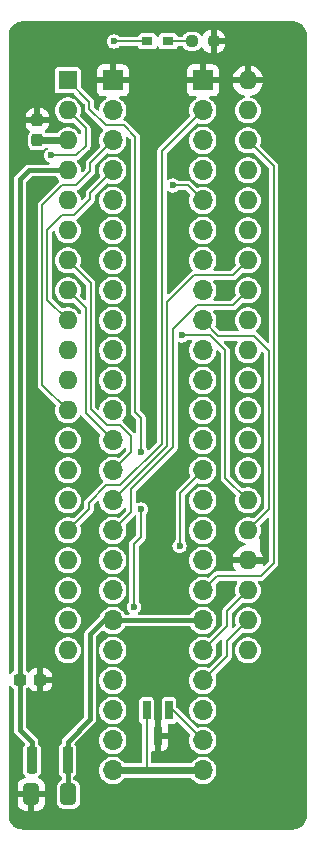
<source format=gbr>
G04 #@! TF.GenerationSoftware,KiCad,Pcbnew,8.0.4+dfsg-1*
G04 #@! TF.CreationDate,2025-02-22T20:55:46+09:00*
G04 #@! TF.ProjectId,bionic-f3850-ldo,62696f6e-6963-42d6-9633-3835302d6c64,6*
G04 #@! TF.SameCoordinates,Original*
G04 #@! TF.FileFunction,Copper,L1,Top*
G04 #@! TF.FilePolarity,Positive*
%FSLAX46Y46*%
G04 Gerber Fmt 4.6, Leading zero omitted, Abs format (unit mm)*
G04 Created by KiCad (PCBNEW 8.0.4+dfsg-1) date 2025-02-22 20:55:46*
%MOMM*%
%LPD*%
G01*
G04 APERTURE LIST*
G04 Aperture macros list*
%AMRoundRect*
0 Rectangle with rounded corners*
0 $1 Rounding radius*
0 $2 $3 $4 $5 $6 $7 $8 $9 X,Y pos of 4 corners*
0 Add a 4 corners polygon primitive as box body*
4,1,4,$2,$3,$4,$5,$6,$7,$8,$9,$2,$3,0*
0 Add four circle primitives for the rounded corners*
1,1,$1+$1,$2,$3*
1,1,$1+$1,$4,$5*
1,1,$1+$1,$6,$7*
1,1,$1+$1,$8,$9*
0 Add four rect primitives between the rounded corners*
20,1,$1+$1,$2,$3,$4,$5,0*
20,1,$1+$1,$4,$5,$6,$7,0*
20,1,$1+$1,$6,$7,$8,$9,0*
20,1,$1+$1,$8,$9,$2,$3,0*%
%AMFreePoly0*
4,1,9,5.362500,-0.866500,1.237500,-0.866500,1.237500,-0.450000,-1.237500,-0.450000,-1.237500,0.450000,1.237500,0.450000,1.237500,0.866500,5.362500,0.866500,5.362500,-0.866500,5.362500,-0.866500,$1*%
G04 Aperture macros list end*
G04 #@! TA.AperFunction,ComponentPad*
%ADD10R,1.600000X1.600000*%
G04 #@! TD*
G04 #@! TA.AperFunction,ComponentPad*
%ADD11O,1.600000X1.600000*%
G04 #@! TD*
G04 #@! TA.AperFunction,SMDPad,CuDef*
%ADD12RoundRect,0.250000X0.412500X0.650000X-0.412500X0.650000X-0.412500X-0.650000X0.412500X-0.650000X0*%
G04 #@! TD*
G04 #@! TA.AperFunction,SMDPad,CuDef*
%ADD13RoundRect,0.237500X-0.300000X-0.237500X0.300000X-0.237500X0.300000X0.237500X-0.300000X0.237500X0*%
G04 #@! TD*
G04 #@! TA.AperFunction,SMDPad,CuDef*
%ADD14RoundRect,0.237500X0.237500X-0.300000X0.237500X0.300000X-0.237500X0.300000X-0.237500X-0.300000X0*%
G04 #@! TD*
G04 #@! TA.AperFunction,SMDPad,CuDef*
%ADD15R,0.965200X0.762000*%
G04 #@! TD*
G04 #@! TA.AperFunction,SMDPad,CuDef*
%ADD16RoundRect,0.237500X-0.250000X-0.237500X0.250000X-0.237500X0.250000X0.237500X-0.250000X0.237500X0*%
G04 #@! TD*
G04 #@! TA.AperFunction,SMDPad,CuDef*
%ADD17R,0.660400X1.625600*%
G04 #@! TD*
G04 #@! TA.AperFunction,SMDPad,CuDef*
%ADD18RoundRect,0.225000X0.225000X-0.925000X0.225000X0.925000X-0.225000X0.925000X-0.225000X-0.925000X0*%
G04 #@! TD*
G04 #@! TA.AperFunction,SMDPad,CuDef*
%ADD19FreePoly0,90.000000*%
G04 #@! TD*
G04 #@! TA.AperFunction,ComponentPad*
%ADD20R,1.700000X1.700000*%
G04 #@! TD*
G04 #@! TA.AperFunction,ComponentPad*
%ADD21O,1.700000X1.700000*%
G04 #@! TD*
G04 #@! TA.AperFunction,ViaPad*
%ADD22C,0.600000*%
G04 #@! TD*
G04 #@! TA.AperFunction,Conductor*
%ADD23C,0.200000*%
G04 #@! TD*
G04 #@! TA.AperFunction,Conductor*
%ADD24C,0.600000*%
G04 #@! TD*
G04 #@! TA.AperFunction,Conductor*
%ADD25C,0.800000*%
G04 #@! TD*
G04 #@! TA.AperFunction,Conductor*
%ADD26C,0.400000*%
G04 #@! TD*
G04 APERTURE END LIST*
D10*
X106080000Y-75080000D03*
D11*
X106080000Y-77620000D03*
X106080000Y-80160000D03*
X106080000Y-82700000D03*
X106080000Y-85240000D03*
X106080000Y-87780000D03*
X106080000Y-90320000D03*
X106080000Y-92860000D03*
X106080000Y-95400000D03*
X106080000Y-97940000D03*
X106080000Y-100480000D03*
X106080000Y-103020000D03*
X106080000Y-105560000D03*
X106080000Y-108100000D03*
X106080000Y-110640000D03*
X106080000Y-113180000D03*
X106080000Y-115720000D03*
X106080000Y-118260000D03*
X106080000Y-120800000D03*
X106080000Y-123340000D03*
X121320000Y-123340000D03*
X121320000Y-120800000D03*
X121320000Y-118260000D03*
X121320000Y-115720000D03*
X121320000Y-113180000D03*
X121320000Y-110640000D03*
X121320000Y-108100000D03*
X121320000Y-105560000D03*
X121320000Y-103020000D03*
X121320000Y-100480000D03*
X121320000Y-97940000D03*
X121320000Y-95400000D03*
X121320000Y-92860000D03*
X121320000Y-90320000D03*
X121320000Y-87780000D03*
X121320000Y-85240000D03*
X121320000Y-82700000D03*
X121320000Y-80160000D03*
X121320000Y-77620000D03*
X121320000Y-75080000D03*
D12*
X106118500Y-135532000D03*
X102993500Y-135532000D03*
D13*
X102017100Y-125829200D03*
X103742100Y-125829200D03*
D14*
X103489200Y-80158900D03*
X103489200Y-78433900D03*
D15*
X114576300Y-71778000D03*
X112823700Y-71778000D03*
D16*
X116597500Y-71778000D03*
X118422500Y-71778000D03*
D17*
X114650001Y-128420000D03*
X112749999Y-128420000D03*
X113700000Y-130552000D03*
D18*
X103056000Y-132648000D03*
D19*
X104556000Y-132560500D03*
D18*
X106056000Y-132648000D03*
D20*
X109890000Y-75080000D03*
D21*
X109890000Y-77620000D03*
X109890000Y-80160000D03*
X109890000Y-82700000D03*
X109890000Y-85240000D03*
X109890000Y-87780000D03*
X109890000Y-90320000D03*
X109890000Y-92860000D03*
X109890000Y-95400000D03*
X109890000Y-97940000D03*
X109890000Y-100480000D03*
X109890000Y-103020000D03*
X109890000Y-105560000D03*
X109890000Y-108100000D03*
X109890000Y-110640000D03*
X109890000Y-113180000D03*
X109890000Y-115720000D03*
X109890000Y-118260000D03*
X109890000Y-120800000D03*
X109890000Y-123340000D03*
X109890000Y-125880000D03*
X109890000Y-128420000D03*
X109890000Y-130960000D03*
X109890000Y-133500000D03*
X117510000Y-133500000D03*
X117510000Y-130960000D03*
X117510000Y-128420000D03*
X117510000Y-125880000D03*
X117510000Y-123340000D03*
X117510000Y-120800000D03*
X117510000Y-118260000D03*
X117510000Y-115720000D03*
X117510000Y-113180000D03*
X117510000Y-110640000D03*
X117510000Y-108100000D03*
X117510000Y-105560000D03*
X117510000Y-103020000D03*
X117510000Y-100480000D03*
X117510000Y-97940000D03*
X117510000Y-95400000D03*
X117510000Y-92860000D03*
X117510000Y-90320000D03*
X117510000Y-87780000D03*
X117510000Y-85240000D03*
X117510000Y-82700000D03*
X117510000Y-80160000D03*
X117510000Y-77620000D03*
D20*
X117510000Y-75080000D03*
D22*
X109991600Y-71778000D03*
X103413000Y-123340000D03*
X108874000Y-89050000D03*
X107604000Y-131874400D03*
X103540000Y-72032000D03*
X103489200Y-76654800D03*
X124926800Y-100480000D03*
X125003000Y-133500000D03*
X102816000Y-83970000D03*
X113700000Y-123340000D03*
X107858000Y-135125600D03*
X112684000Y-90320000D03*
X103540000Y-81557000D03*
X113700000Y-132230000D03*
X114970000Y-119403000D03*
X103032000Y-137208400D03*
X105013200Y-126489600D03*
X112988800Y-98956000D03*
X103159000Y-110005000D03*
X114970000Y-83970000D03*
X115732000Y-96670000D03*
X112277600Y-106576000D03*
X112277600Y-111402000D03*
X111668000Y-119657000D03*
X115541500Y-114513500D03*
X104683000Y-81430000D03*
D23*
X112925300Y-71778000D02*
X109991600Y-71778000D01*
D24*
X117510000Y-133500000D02*
X109890000Y-133500000D01*
D23*
X112749999Y-133484801D02*
X112734800Y-133500000D01*
X109991600Y-71778000D02*
X109940800Y-71778000D01*
D24*
X103489200Y-80158900D02*
X106078900Y-80158900D01*
D25*
X106078900Y-80158900D02*
X106080000Y-80160000D01*
D23*
X112749999Y-128420000D02*
X112749999Y-133484801D01*
D24*
X121320000Y-115720000D02*
X122717000Y-115720000D01*
D26*
X103056000Y-131085600D02*
X102016000Y-130045600D01*
X102016000Y-83462000D02*
X102778000Y-82700000D01*
X102778000Y-82700000D02*
X106080000Y-82700000D01*
X102016000Y-130045600D02*
X102016000Y-83462000D01*
X103056000Y-132648000D02*
X103056000Y-131085600D01*
D23*
X121320000Y-113180000D02*
X123098000Y-111402000D01*
X123098000Y-97990800D02*
X121828000Y-96720800D01*
X123098000Y-111402000D02*
X123098000Y-97990800D01*
X121828000Y-96720800D02*
X118830800Y-96720800D01*
X118830800Y-96720800D02*
X117510000Y-95400000D01*
D26*
X109890000Y-120800000D02*
X109128000Y-120800000D01*
X117510000Y-120800000D02*
X109890000Y-120800000D01*
X109128000Y-120800000D02*
X107985000Y-121943000D01*
X106056000Y-131085600D02*
X106056000Y-135469500D01*
X107985000Y-129156600D02*
X106056000Y-131085600D01*
X107985000Y-121943000D02*
X107985000Y-129156600D01*
D23*
X116240000Y-83970000D02*
X117510000Y-85240000D01*
X114970000Y-83970000D02*
X116240000Y-83970000D01*
X114062000Y-81068000D02*
X114062000Y-105833000D01*
X109330827Y-109370000D02*
X107858000Y-110842827D01*
X107858000Y-110842827D02*
X107858000Y-111402000D01*
X114062000Y-105833000D02*
X110525000Y-109370000D01*
X107858000Y-111402000D02*
X106080000Y-113180000D01*
X110525000Y-109370000D02*
X109330827Y-109370000D01*
X117510000Y-77620000D02*
X114062000Y-81068000D01*
X121320000Y-90320000D02*
X120050000Y-91590000D01*
X114462000Y-106068000D02*
X109890000Y-110640000D01*
X116748000Y-91590000D02*
X114462000Y-93876000D01*
X114462000Y-93876000D02*
X114462000Y-106068000D01*
X120050000Y-91590000D02*
X116748000Y-91590000D01*
X111414000Y-111656000D02*
X109890000Y-113180000D01*
X114970000Y-106125686D02*
X111414000Y-109681686D01*
X121320000Y-93457300D02*
X121320000Y-92860000D01*
X111414000Y-109681686D02*
X111414000Y-111656000D01*
X117002000Y-94130000D02*
X114970000Y-96162000D01*
X120050000Y-94130000D02*
X117002000Y-94130000D01*
X121320000Y-92860000D02*
X120050000Y-94130000D01*
X114970000Y-96162000D02*
X114970000Y-106125686D01*
X119415000Y-97940000D02*
X119415000Y-108735000D01*
X118145000Y-96670000D02*
X119415000Y-97940000D01*
X115732000Y-96670000D02*
X118145000Y-96670000D01*
X119415000Y-108735000D02*
X121320000Y-110640000D01*
X117510000Y-118260000D02*
X118716500Y-117053500D01*
X122399500Y-117053500D02*
X123498000Y-115955000D01*
X123498000Y-82338000D02*
X121320000Y-80160000D01*
X123498000Y-115955000D02*
X123498000Y-82338000D01*
X118716500Y-117053500D02*
X122399500Y-117053500D01*
X105572000Y-86510000D02*
X104321000Y-87761000D01*
X106588000Y-86510000D02*
X105572000Y-86510000D01*
X104321000Y-93641000D02*
X106080000Y-95400000D01*
X104321000Y-87761000D02*
X104321000Y-93641000D01*
X107985000Y-85113000D02*
X106588000Y-86510000D01*
X109890000Y-82700000D02*
X107985000Y-84605000D01*
X107985000Y-84605000D02*
X107985000Y-85113000D01*
X107985000Y-82065000D02*
X109890000Y-80160000D01*
X106080000Y-103020000D02*
X103921000Y-100861000D01*
X106778500Y-83970000D02*
X107985000Y-82763500D01*
X103921000Y-100861000D02*
X103921000Y-85621000D01*
X103921000Y-85621000D02*
X105572000Y-83970000D01*
X105572000Y-83970000D02*
X106778500Y-83970000D01*
X107985000Y-82763500D02*
X107985000Y-82065000D01*
X109382000Y-104290000D02*
X110525000Y-104290000D01*
X108004000Y-92244000D02*
X108004000Y-102912000D01*
X108004000Y-102912000D02*
X109382000Y-104290000D01*
X111414000Y-106576000D02*
X109890000Y-108100000D01*
X110525000Y-104290000D02*
X111414000Y-105179000D01*
X111414000Y-105179000D02*
X111414000Y-106576000D01*
X106080000Y-90320000D02*
X108004000Y-92244000D01*
X107604000Y-103274000D02*
X109890000Y-105560000D01*
X106080000Y-92860000D02*
X107604000Y-94384000D01*
X107604000Y-94384000D02*
X107604000Y-103274000D01*
X121320000Y-120800000D02*
X119542000Y-122578000D01*
X119542000Y-122578000D02*
X119542000Y-123848000D01*
X119542000Y-123848000D02*
X117510000Y-125880000D01*
X119542000Y-120038000D02*
X121320000Y-118260000D01*
X119542000Y-121308000D02*
X119542000Y-120038000D01*
X117510000Y-123340000D02*
X119542000Y-121308000D01*
X107908800Y-77505146D02*
X107908800Y-76908800D01*
X112277600Y-106576000D02*
X112277600Y-103629600D01*
X111795000Y-79880600D02*
X110804400Y-78890000D01*
X107908800Y-76908800D02*
X106080000Y-75080000D01*
X109293654Y-78890000D02*
X107908800Y-77505146D01*
X112277600Y-113713400D02*
X112277600Y-111402000D01*
X111795000Y-103147000D02*
X111795000Y-79880600D01*
X111668000Y-119657000D02*
X111668000Y-114323000D01*
X110804400Y-78890000D02*
X109293654Y-78890000D01*
X112277600Y-103629600D02*
X111795000Y-103147000D01*
X111668000Y-114323000D02*
X112277600Y-113713400D01*
X115541500Y-114513500D02*
X115605000Y-114450000D01*
X115605000Y-110005000D02*
X117510000Y-108100000D01*
X115605000Y-114450000D02*
X115605000Y-110005000D01*
X107604000Y-80617200D02*
X107604000Y-79144000D01*
X106791200Y-81430000D02*
X107604000Y-80617200D01*
X104683000Y-81430000D02*
X106791200Y-81430000D01*
X107604000Y-79144000D02*
X106080000Y-77620000D01*
X114970000Y-128420000D02*
X117510000Y-130960000D01*
X114650001Y-128420000D02*
X114970000Y-128420000D01*
X114474700Y-71778000D02*
X116597500Y-71778000D01*
G04 #@! TA.AperFunction,Conductor*
G36*
X125133875Y-70075805D02*
G01*
X125309097Y-70089594D01*
X125324430Y-70092023D01*
X125491550Y-70132145D01*
X125506317Y-70136943D01*
X125665104Y-70202715D01*
X125678926Y-70209758D01*
X125825469Y-70299560D01*
X125838032Y-70308688D01*
X125968717Y-70420303D01*
X125979699Y-70431285D01*
X126091311Y-70561967D01*
X126100440Y-70574532D01*
X126190238Y-70721068D01*
X126197287Y-70734902D01*
X126263054Y-70893678D01*
X126267855Y-70908453D01*
X126307975Y-71075564D01*
X126310405Y-71090907D01*
X126318437Y-71192956D01*
X126323198Y-71253462D01*
X126324195Y-71266123D01*
X126324500Y-71273891D01*
X126324500Y-137306108D01*
X126324195Y-137313876D01*
X126310405Y-137489092D01*
X126307975Y-137504435D01*
X126267855Y-137671546D01*
X126263054Y-137686321D01*
X126197287Y-137845097D01*
X126190234Y-137858939D01*
X126100442Y-138005465D01*
X126091311Y-138018032D01*
X125979699Y-138148714D01*
X125968714Y-138159699D01*
X125838032Y-138271311D01*
X125825465Y-138280442D01*
X125678939Y-138370234D01*
X125665097Y-138377287D01*
X125506321Y-138443054D01*
X125491546Y-138447855D01*
X125324435Y-138487975D01*
X125309092Y-138490405D01*
X125149743Y-138502946D01*
X125133874Y-138504195D01*
X125126108Y-138504500D01*
X102273892Y-138504500D01*
X102266125Y-138504195D01*
X102247014Y-138502691D01*
X102090907Y-138490405D01*
X102075564Y-138487975D01*
X101908453Y-138447855D01*
X101893678Y-138443054D01*
X101734902Y-138377287D01*
X101721068Y-138370238D01*
X101574532Y-138280440D01*
X101561967Y-138271311D01*
X101462706Y-138186535D01*
X101431282Y-138159696D01*
X101420303Y-138148717D01*
X101308688Y-138018032D01*
X101299560Y-138005469D01*
X101209758Y-137858926D01*
X101202715Y-137845104D01*
X101136943Y-137686317D01*
X101132144Y-137671546D01*
X101092024Y-137504435D01*
X101089594Y-137489097D01*
X101075805Y-137313875D01*
X101075500Y-137306108D01*
X101075500Y-135782001D01*
X101831001Y-135782001D01*
X101831001Y-136231986D01*
X101841492Y-136334687D01*
X101841495Y-136334699D01*
X101896643Y-136501124D01*
X101988680Y-136650340D01*
X102112659Y-136774319D01*
X102261875Y-136866356D01*
X102428306Y-136921506D01*
X102531013Y-136931999D01*
X102743498Y-136931999D01*
X102743500Y-136931998D01*
X102743500Y-135782001D01*
X103243500Y-135782001D01*
X103243500Y-136931998D01*
X103243501Y-136931999D01*
X103455986Y-136931999D01*
X103558687Y-136921507D01*
X103558699Y-136921504D01*
X103725124Y-136866356D01*
X103874340Y-136774319D01*
X103998319Y-136650340D01*
X104090356Y-136501124D01*
X104145506Y-136334693D01*
X104156000Y-136231987D01*
X104156000Y-135782001D01*
X104155999Y-135782000D01*
X103243501Y-135782000D01*
X103243500Y-135782001D01*
X102743500Y-135782001D01*
X102743499Y-135782000D01*
X101831002Y-135782000D01*
X101831001Y-135782001D01*
X101075500Y-135782001D01*
X101075500Y-126405397D01*
X101094407Y-126347206D01*
X101143907Y-126311242D01*
X101205093Y-126311242D01*
X101253383Y-126345577D01*
X101333100Y-126450700D01*
X101333103Y-126450702D01*
X101450940Y-126540061D01*
X101450941Y-126540061D01*
X101450942Y-126540062D01*
X101452817Y-126540801D01*
X101454018Y-126541792D01*
X101456841Y-126543379D01*
X101456556Y-126543885D01*
X101500015Y-126579736D01*
X101515500Y-126632899D01*
X101515500Y-129979708D01*
X101515500Y-130111492D01*
X101545579Y-130223751D01*
X101549609Y-130238790D01*
X101615496Y-130352909D01*
X101615497Y-130352910D01*
X101615498Y-130352911D01*
X101615500Y-130352914D01*
X102040871Y-130778285D01*
X102463554Y-131200968D01*
X102491331Y-131255485D01*
X102481760Y-131315917D01*
X102459781Y-131342198D01*
X102460713Y-131343130D01*
X102455926Y-131347916D01*
X102368634Y-131463027D01*
X102315641Y-131597408D01*
X102305500Y-131681851D01*
X102305500Y-133614148D01*
X102315641Y-133698591D01*
X102368634Y-133832972D01*
X102368635Y-133832974D01*
X102368636Y-133832975D01*
X102455922Y-133948078D01*
X102455925Y-133948080D01*
X102455927Y-133948082D01*
X102478359Y-133965093D01*
X102513301Y-134015319D01*
X102512047Y-134076492D01*
X102475076Y-134125244D01*
X102433442Y-134140671D01*
X102433590Y-134141363D01*
X102428821Y-134142383D01*
X102428608Y-134142463D01*
X102428308Y-134142493D01*
X102428300Y-134142495D01*
X102261875Y-134197643D01*
X102112659Y-134289680D01*
X101988680Y-134413659D01*
X101896643Y-134562875D01*
X101841493Y-134729306D01*
X101831000Y-134832012D01*
X101831000Y-135281999D01*
X101831001Y-135282000D01*
X104155998Y-135282000D01*
X104155999Y-135281999D01*
X104155999Y-134832013D01*
X104145507Y-134729312D01*
X104145504Y-134729300D01*
X104090356Y-134562875D01*
X103998319Y-134413659D01*
X103874340Y-134289680D01*
X103725125Y-134197643D01*
X103626639Y-134165008D01*
X103577350Y-134128756D01*
X103558782Y-134070456D01*
X103578028Y-134012377D01*
X103597957Y-133992152D01*
X103656078Y-133948078D01*
X103743364Y-133832975D01*
X103796359Y-133698590D01*
X103806500Y-133614144D01*
X103806500Y-131681856D01*
X103796359Y-131597410D01*
X103746975Y-131472181D01*
X103743365Y-131463027D01*
X103743364Y-131463026D01*
X103743364Y-131463025D01*
X103656078Y-131347922D01*
X103647694Y-131341564D01*
X103595680Y-131302120D01*
X103560738Y-131251894D01*
X103556500Y-131223237D01*
X103556500Y-131019707D01*
X103554629Y-131012726D01*
X103554627Y-131012721D01*
X103540501Y-130960000D01*
X103522392Y-130892414D01*
X103456500Y-130778286D01*
X102545496Y-129867282D01*
X102517719Y-129812765D01*
X102516500Y-129797278D01*
X102516500Y-126633767D01*
X102535407Y-126575576D01*
X102579182Y-126541669D01*
X102583258Y-126540062D01*
X102690108Y-126459035D01*
X102747897Y-126438940D01*
X102806463Y-126456651D01*
X102834187Y-126485946D01*
X102859656Y-126527238D01*
X102981564Y-126649146D01*
X103128293Y-126739651D01*
X103291951Y-126793881D01*
X103392945Y-126804199D01*
X103492100Y-126804199D01*
X103492100Y-126079201D01*
X103992100Y-126079201D01*
X103992100Y-126804198D01*
X103992101Y-126804199D01*
X104091254Y-126804199D01*
X104192242Y-126793882D01*
X104192254Y-126793879D01*
X104355906Y-126739651D01*
X104502635Y-126649146D01*
X104624546Y-126527235D01*
X104715051Y-126380506D01*
X104769281Y-126216848D01*
X104779600Y-126115855D01*
X104779600Y-126079201D01*
X104779599Y-126079200D01*
X103992101Y-126079200D01*
X103992100Y-126079201D01*
X103492100Y-126079201D01*
X103492100Y-124854201D01*
X103992100Y-124854201D01*
X103992100Y-125579199D01*
X103992101Y-125579200D01*
X104779598Y-125579200D01*
X104779599Y-125579199D01*
X104779599Y-125542545D01*
X104769282Y-125441557D01*
X104769279Y-125441545D01*
X104715051Y-125277893D01*
X104624546Y-125131164D01*
X104502635Y-125009253D01*
X104355906Y-124918748D01*
X104192248Y-124864518D01*
X104091255Y-124854200D01*
X103992101Y-124854200D01*
X103992100Y-124854201D01*
X103492100Y-124854201D01*
X103492100Y-124854200D01*
X103392945Y-124854200D01*
X103392945Y-124854201D01*
X103291957Y-124864517D01*
X103291945Y-124864520D01*
X103128293Y-124918748D01*
X102981564Y-125009253D01*
X102859655Y-125131162D01*
X102834186Y-125172453D01*
X102787544Y-125212054D01*
X102726533Y-125216676D01*
X102690107Y-125199363D01*
X102583259Y-125118338D01*
X102579180Y-125116730D01*
X102531983Y-125077792D01*
X102516500Y-125024633D01*
X102516500Y-123340000D01*
X104974785Y-123340000D01*
X104993603Y-123543083D01*
X105041409Y-123711102D01*
X105049419Y-123739252D01*
X105129823Y-123900727D01*
X105140327Y-123921821D01*
X105263236Y-124084579D01*
X105413959Y-124221981D01*
X105587363Y-124329348D01*
X105777544Y-124403024D01*
X105978024Y-124440500D01*
X106181976Y-124440500D01*
X106382456Y-124403024D01*
X106572637Y-124329348D01*
X106746041Y-124221981D01*
X106896764Y-124084579D01*
X107019673Y-123921821D01*
X107110582Y-123739250D01*
X107166397Y-123543083D01*
X107185215Y-123340000D01*
X107166397Y-123136917D01*
X107110582Y-122940750D01*
X107019673Y-122758179D01*
X106896764Y-122595421D01*
X106746041Y-122458019D01*
X106572637Y-122350652D01*
X106382456Y-122276976D01*
X106382455Y-122276975D01*
X106382453Y-122276975D01*
X106181976Y-122239500D01*
X105978024Y-122239500D01*
X105777546Y-122276975D01*
X105737353Y-122292546D01*
X105587363Y-122350652D01*
X105469850Y-122423413D01*
X105413959Y-122458019D01*
X105263237Y-122595420D01*
X105140328Y-122758177D01*
X105140323Y-122758186D01*
X105058450Y-122922611D01*
X105049418Y-122940750D01*
X104993603Y-123136917D01*
X104974785Y-123340000D01*
X102516500Y-123340000D01*
X102516500Y-120800000D01*
X104974785Y-120800000D01*
X104993603Y-121003083D01*
X105047880Y-121193845D01*
X105049419Y-121199252D01*
X105129823Y-121360727D01*
X105140327Y-121381821D01*
X105263236Y-121544579D01*
X105413959Y-121681981D01*
X105587363Y-121789348D01*
X105777544Y-121863024D01*
X105978024Y-121900500D01*
X106181976Y-121900500D01*
X106382456Y-121863024D01*
X106572637Y-121789348D01*
X106746041Y-121681981D01*
X106896764Y-121544579D01*
X107019673Y-121381821D01*
X107110582Y-121199250D01*
X107166397Y-121003083D01*
X107185215Y-120800000D01*
X107166397Y-120596917D01*
X107110582Y-120400750D01*
X107019673Y-120218179D01*
X106896764Y-120055421D01*
X106746041Y-119918019D01*
X106572637Y-119810652D01*
X106382456Y-119736976D01*
X106382455Y-119736975D01*
X106382453Y-119736975D01*
X106181976Y-119699500D01*
X105978024Y-119699500D01*
X105777546Y-119736975D01*
X105707632Y-119764059D01*
X105587363Y-119810652D01*
X105469850Y-119883413D01*
X105413959Y-119918019D01*
X105263237Y-120055420D01*
X105140328Y-120218177D01*
X105140323Y-120218186D01*
X105058450Y-120382611D01*
X105049418Y-120400750D01*
X104993603Y-120596917D01*
X104974785Y-120800000D01*
X102516500Y-120800000D01*
X102516500Y-118260000D01*
X104974785Y-118260000D01*
X104993603Y-118463083D01*
X105049418Y-118659250D01*
X105140327Y-118841821D01*
X105263236Y-119004579D01*
X105413959Y-119141981D01*
X105587363Y-119249348D01*
X105777544Y-119323024D01*
X105978024Y-119360500D01*
X106181976Y-119360500D01*
X106382456Y-119323024D01*
X106572637Y-119249348D01*
X106746041Y-119141981D01*
X106896764Y-119004579D01*
X107019673Y-118841821D01*
X107110582Y-118659250D01*
X107166397Y-118463083D01*
X107185215Y-118260000D01*
X108734571Y-118260000D01*
X108754244Y-118472310D01*
X108812595Y-118677389D01*
X108907634Y-118868255D01*
X109036128Y-119038407D01*
X109036135Y-119038413D01*
X109193692Y-119182047D01*
X109193699Y-119182053D01*
X109265786Y-119226687D01*
X109374981Y-119294298D01*
X109573802Y-119371321D01*
X109783390Y-119410500D01*
X109996610Y-119410500D01*
X110206198Y-119371321D01*
X110405019Y-119294298D01*
X110586302Y-119182052D01*
X110743872Y-119038407D01*
X110872366Y-118868255D01*
X110967405Y-118677389D01*
X111025756Y-118472310D01*
X111045429Y-118260000D01*
X111025756Y-118047690D01*
X110967405Y-117842611D01*
X110872366Y-117651745D01*
X110743872Y-117481593D01*
X110683663Y-117426705D01*
X110586307Y-117337952D01*
X110586300Y-117337946D01*
X110405024Y-117225705D01*
X110405019Y-117225702D01*
X110325016Y-117194709D01*
X110206198Y-117148679D01*
X110206197Y-117148678D01*
X110206195Y-117148678D01*
X109996610Y-117109500D01*
X109783390Y-117109500D01*
X109573804Y-117148678D01*
X109374980Y-117225702D01*
X109374975Y-117225705D01*
X109193699Y-117337946D01*
X109193692Y-117337952D01*
X109036135Y-117481586D01*
X109036131Y-117481589D01*
X109036128Y-117481593D01*
X109031119Y-117488225D01*
X108907635Y-117651743D01*
X108907630Y-117651752D01*
X108812596Y-117842608D01*
X108754244Y-118047688D01*
X108754244Y-118047690D01*
X108734571Y-118260000D01*
X107185215Y-118260000D01*
X107166397Y-118056917D01*
X107110582Y-117860750D01*
X107019673Y-117678179D01*
X106896764Y-117515421D01*
X106746041Y-117378019D01*
X106572637Y-117270652D01*
X106382456Y-117196976D01*
X106382455Y-117196975D01*
X106382453Y-117196975D01*
X106181976Y-117159500D01*
X105978024Y-117159500D01*
X105777546Y-117196975D01*
X105737353Y-117212546D01*
X105587363Y-117270652D01*
X105478676Y-117337948D01*
X105413959Y-117378019D01*
X105329275Y-117455219D01*
X105263236Y-117515421D01*
X105233476Y-117554830D01*
X105140328Y-117678177D01*
X105140323Y-117678186D01*
X105058450Y-117842611D01*
X105049418Y-117860750D01*
X104993603Y-118056917D01*
X104974785Y-118260000D01*
X102516500Y-118260000D01*
X102516500Y-115720000D01*
X104974785Y-115720000D01*
X104993603Y-115923083D01*
X105046669Y-116109590D01*
X105049419Y-116119252D01*
X105131269Y-116283631D01*
X105140327Y-116301821D01*
X105263236Y-116464579D01*
X105413959Y-116601981D01*
X105587363Y-116709348D01*
X105777544Y-116783024D01*
X105978024Y-116820500D01*
X106181976Y-116820500D01*
X106382456Y-116783024D01*
X106572637Y-116709348D01*
X106746041Y-116601981D01*
X106896764Y-116464579D01*
X107019673Y-116301821D01*
X107110582Y-116119250D01*
X107166397Y-115923083D01*
X107185215Y-115720000D01*
X108734571Y-115720000D01*
X108754244Y-115932310D01*
X108812595Y-116137389D01*
X108907634Y-116328255D01*
X109036128Y-116498407D01*
X109036135Y-116498413D01*
X109193692Y-116642047D01*
X109193699Y-116642053D01*
X109255459Y-116680293D01*
X109374981Y-116754298D01*
X109573802Y-116831321D01*
X109783390Y-116870500D01*
X109996610Y-116870500D01*
X110206198Y-116831321D01*
X110405019Y-116754298D01*
X110586302Y-116642052D01*
X110743872Y-116498407D01*
X110872366Y-116328255D01*
X110967405Y-116137389D01*
X111025756Y-115932310D01*
X111045429Y-115720000D01*
X111025756Y-115507690D01*
X110967405Y-115302611D01*
X110872366Y-115111745D01*
X110743872Y-114941593D01*
X110668961Y-114873302D01*
X110586307Y-114797952D01*
X110586300Y-114797946D01*
X110405024Y-114685705D01*
X110405019Y-114685702D01*
X110206195Y-114608678D01*
X109996610Y-114569500D01*
X109783390Y-114569500D01*
X109573804Y-114608678D01*
X109374980Y-114685702D01*
X109374975Y-114685705D01*
X109193699Y-114797946D01*
X109193692Y-114797952D01*
X109036135Y-114941586D01*
X109036131Y-114941589D01*
X109036128Y-114941593D01*
X109036125Y-114941597D01*
X108907635Y-115111743D01*
X108907630Y-115111752D01*
X108812596Y-115302608D01*
X108754244Y-115507688D01*
X108754244Y-115507690D01*
X108734571Y-115720000D01*
X107185215Y-115720000D01*
X107166397Y-115516917D01*
X107110582Y-115320750D01*
X107019673Y-115138179D01*
X106896764Y-114975421D01*
X106746041Y-114838019D01*
X106572637Y-114730652D01*
X106382456Y-114656976D01*
X106382455Y-114656975D01*
X106382453Y-114656975D01*
X106181976Y-114619500D01*
X105978024Y-114619500D01*
X105777546Y-114656975D01*
X105743238Y-114670266D01*
X105587363Y-114730652D01*
X105448970Y-114816341D01*
X105413959Y-114838019D01*
X105263237Y-114975420D01*
X105140328Y-115138177D01*
X105140323Y-115138186D01*
X105058450Y-115302611D01*
X105049418Y-115320750D01*
X104993603Y-115516917D01*
X104974785Y-115720000D01*
X102516500Y-115720000D01*
X102516500Y-110640000D01*
X104974785Y-110640000D01*
X104993603Y-110843083D01*
X105049418Y-111039250D01*
X105140327Y-111221821D01*
X105263236Y-111384579D01*
X105413959Y-111521981D01*
X105587363Y-111629348D01*
X105777544Y-111703024D01*
X105978024Y-111740500D01*
X106181976Y-111740500D01*
X106382456Y-111703024D01*
X106572637Y-111629348D01*
X106746041Y-111521981D01*
X106896764Y-111384579D01*
X107019673Y-111221821D01*
X107110582Y-111039250D01*
X107166397Y-110843083D01*
X107185215Y-110640000D01*
X107166397Y-110436917D01*
X107110582Y-110240750D01*
X107019673Y-110058179D01*
X106896764Y-109895421D01*
X106746041Y-109758019D01*
X106572637Y-109650652D01*
X106382456Y-109576976D01*
X106382455Y-109576975D01*
X106382453Y-109576975D01*
X106181976Y-109539500D01*
X105978024Y-109539500D01*
X105777546Y-109576975D01*
X105755334Y-109585580D01*
X105587363Y-109650652D01*
X105478676Y-109717948D01*
X105413959Y-109758019D01*
X105263237Y-109895420D01*
X105140328Y-110058177D01*
X105140323Y-110058186D01*
X105058450Y-110222611D01*
X105049418Y-110240750D01*
X104993603Y-110436917D01*
X104974785Y-110640000D01*
X102516500Y-110640000D01*
X102516500Y-108100000D01*
X104974785Y-108100000D01*
X104993603Y-108303083D01*
X105049418Y-108499250D01*
X105140327Y-108681821D01*
X105263236Y-108844579D01*
X105413959Y-108981981D01*
X105587363Y-109089348D01*
X105777544Y-109163024D01*
X105978024Y-109200500D01*
X106181976Y-109200500D01*
X106382456Y-109163024D01*
X106572637Y-109089348D01*
X106746041Y-108981981D01*
X106896764Y-108844579D01*
X107019673Y-108681821D01*
X107110582Y-108499250D01*
X107166397Y-108303083D01*
X107185215Y-108100000D01*
X107166397Y-107896917D01*
X107110582Y-107700750D01*
X107019673Y-107518179D01*
X106896764Y-107355421D01*
X106746041Y-107218019D01*
X106572637Y-107110652D01*
X106382456Y-107036976D01*
X106382455Y-107036975D01*
X106382453Y-107036975D01*
X106181976Y-106999500D01*
X105978024Y-106999500D01*
X105777546Y-107036975D01*
X105737353Y-107052546D01*
X105587363Y-107110652D01*
X105478676Y-107177948D01*
X105413959Y-107218019D01*
X105263237Y-107355420D01*
X105140328Y-107518177D01*
X105140323Y-107518186D01*
X105058450Y-107682611D01*
X105049418Y-107700750D01*
X104993603Y-107896917D01*
X104974785Y-108100000D01*
X102516500Y-108100000D01*
X102516500Y-105560000D01*
X104974785Y-105560000D01*
X104993603Y-105763083D01*
X105049418Y-105959250D01*
X105140327Y-106141821D01*
X105263236Y-106304579D01*
X105413959Y-106441981D01*
X105587363Y-106549348D01*
X105777544Y-106623024D01*
X105978024Y-106660500D01*
X106181976Y-106660500D01*
X106382456Y-106623024D01*
X106572637Y-106549348D01*
X106746041Y-106441981D01*
X106896764Y-106304579D01*
X107019673Y-106141821D01*
X107110582Y-105959250D01*
X107166397Y-105763083D01*
X107185215Y-105560000D01*
X107166397Y-105356917D01*
X107110582Y-105160750D01*
X107019673Y-104978179D01*
X106896764Y-104815421D01*
X106746041Y-104678019D01*
X106572637Y-104570652D01*
X106382456Y-104496976D01*
X106382455Y-104496975D01*
X106382453Y-104496975D01*
X106181976Y-104459500D01*
X105978024Y-104459500D01*
X105777546Y-104496975D01*
X105707632Y-104524059D01*
X105587363Y-104570652D01*
X105478676Y-104637948D01*
X105413959Y-104678019D01*
X105263237Y-104815420D01*
X105140328Y-104978177D01*
X105140323Y-104978186D01*
X105058450Y-105142611D01*
X105049418Y-105160750D01*
X104993603Y-105356917D01*
X104974785Y-105560000D01*
X102516500Y-105560000D01*
X102516500Y-83710322D01*
X102535407Y-83652131D01*
X102545496Y-83640318D01*
X102956318Y-83229496D01*
X103010835Y-83201719D01*
X103026322Y-83200500D01*
X105038536Y-83200500D01*
X105096727Y-83219407D01*
X105127156Y-83255371D01*
X105140327Y-83281821D01*
X105263236Y-83444579D01*
X105326701Y-83502435D01*
X105356966Y-83555608D01*
X105350195Y-83616418D01*
X105330008Y-83645599D01*
X103600516Y-85375091D01*
X103547793Y-85466411D01*
X103547792Y-85466411D01*
X103547793Y-85466412D01*
X103547793Y-85466413D01*
X103520500Y-85568273D01*
X103520500Y-100808273D01*
X103520500Y-100913727D01*
X103544570Y-101003559D01*
X103547794Y-101015592D01*
X103600516Y-101106908D01*
X103600517Y-101106909D01*
X103600518Y-101106910D01*
X103600520Y-101106913D01*
X104363107Y-101869500D01*
X105022663Y-102529056D01*
X105050440Y-102583573D01*
X105047880Y-102626152D01*
X104993603Y-102816915D01*
X104993603Y-102816917D01*
X104974785Y-103020000D01*
X104993603Y-103223083D01*
X105049418Y-103419250D01*
X105140327Y-103601821D01*
X105263236Y-103764579D01*
X105413959Y-103901981D01*
X105587363Y-104009348D01*
X105777544Y-104083024D01*
X105978024Y-104120500D01*
X106181976Y-104120500D01*
X106382456Y-104083024D01*
X106572637Y-104009348D01*
X106746041Y-103901981D01*
X106896764Y-103764579D01*
X107019673Y-103601821D01*
X107081576Y-103477501D01*
X107124437Y-103433841D01*
X107184778Y-103423711D01*
X107239549Y-103450983D01*
X107255932Y-103472131D01*
X107283516Y-103519908D01*
X107283517Y-103519909D01*
X107283518Y-103519910D01*
X107283520Y-103519913D01*
X108173107Y-104409500D01*
X108793348Y-105029741D01*
X108821125Y-105084258D01*
X108812904Y-105137818D01*
X108814249Y-105138339D01*
X108812598Y-105142598D01*
X108754244Y-105347688D01*
X108754244Y-105347690D01*
X108734571Y-105560000D01*
X108754244Y-105772310D01*
X108812595Y-105977389D01*
X108907634Y-106168255D01*
X109036128Y-106338407D01*
X109066083Y-106365715D01*
X109193692Y-106482047D01*
X109193699Y-106482053D01*
X109297389Y-106546255D01*
X109374981Y-106594298D01*
X109573802Y-106671321D01*
X109783390Y-106710500D01*
X109996610Y-106710500D01*
X110206198Y-106671321D01*
X110405019Y-106594298D01*
X110586302Y-106482052D01*
X110743872Y-106338407D01*
X110835498Y-106217075D01*
X110885653Y-106182034D01*
X110946827Y-106183165D01*
X110995654Y-106220037D01*
X111013500Y-106276738D01*
X111013500Y-106369098D01*
X110994593Y-106427289D01*
X110984504Y-106439102D01*
X110416673Y-107006932D01*
X110362156Y-107034709D01*
X110310907Y-107029243D01*
X110206198Y-106988679D01*
X110206197Y-106988678D01*
X110206195Y-106988678D01*
X109996610Y-106949500D01*
X109783390Y-106949500D01*
X109573804Y-106988678D01*
X109374980Y-107065702D01*
X109374975Y-107065705D01*
X109193699Y-107177946D01*
X109193692Y-107177952D01*
X109036135Y-107321586D01*
X109036131Y-107321589D01*
X109036128Y-107321593D01*
X109036125Y-107321597D01*
X108907635Y-107491743D01*
X108907630Y-107491752D01*
X108812596Y-107682608D01*
X108754244Y-107887688D01*
X108754244Y-107887689D01*
X108754244Y-107887690D01*
X108734571Y-108100000D01*
X108754244Y-108312310D01*
X108812595Y-108517389D01*
X108907634Y-108708255D01*
X109036128Y-108878407D01*
X109074537Y-108913422D01*
X109104803Y-108966596D01*
X109098033Y-109027406D01*
X109077846Y-109056587D01*
X107537517Y-110596917D01*
X107537516Y-110596918D01*
X107484794Y-110688235D01*
X107484793Y-110688237D01*
X107479231Y-110708991D01*
X107479232Y-110708992D01*
X107457500Y-110790100D01*
X107457500Y-111195099D01*
X107438593Y-111253290D01*
X107428504Y-111265103D01*
X106568026Y-112125580D01*
X106513509Y-112153357D01*
X106462260Y-112147891D01*
X106382456Y-112116976D01*
X106181976Y-112079500D01*
X105978024Y-112079500D01*
X105777546Y-112116975D01*
X105770538Y-112119690D01*
X105587363Y-112190652D01*
X105478676Y-112257948D01*
X105413959Y-112298019D01*
X105263237Y-112435420D01*
X105140328Y-112598177D01*
X105140323Y-112598186D01*
X105058450Y-112762611D01*
X105049418Y-112780750D01*
X104993603Y-112976917D01*
X104974785Y-113180000D01*
X104993603Y-113383083D01*
X105049418Y-113579250D01*
X105140327Y-113761821D01*
X105263236Y-113924579D01*
X105413959Y-114061981D01*
X105587363Y-114169348D01*
X105777544Y-114243024D01*
X105978024Y-114280500D01*
X106181976Y-114280500D01*
X106382456Y-114243024D01*
X106572637Y-114169348D01*
X106746041Y-114061981D01*
X106896764Y-113924579D01*
X107019673Y-113761821D01*
X107110582Y-113579250D01*
X107166397Y-113383083D01*
X107185215Y-113180000D01*
X107166397Y-112976917D01*
X107112118Y-112786148D01*
X107114379Y-112725010D01*
X107137333Y-112689058D01*
X108103910Y-111722481D01*
X108103913Y-111722480D01*
X108178480Y-111647913D01*
X108231207Y-111556587D01*
X108258501Y-111454727D01*
X108258501Y-111349273D01*
X108258501Y-111343211D01*
X108258500Y-111343193D01*
X108258500Y-111049726D01*
X108277407Y-110991535D01*
X108287490Y-110979729D01*
X108576345Y-110690873D01*
X108630860Y-110663097D01*
X108691292Y-110672668D01*
X108734557Y-110715933D01*
X108744925Y-110751743D01*
X108749367Y-110799683D01*
X108754244Y-110852310D01*
X108812595Y-111057389D01*
X108907634Y-111248255D01*
X109036128Y-111418407D01*
X109036135Y-111418413D01*
X109193692Y-111562047D01*
X109193699Y-111562053D01*
X109297389Y-111626255D01*
X109374981Y-111674298D01*
X109573802Y-111751321D01*
X109783390Y-111790500D01*
X109996610Y-111790500D01*
X110206198Y-111751321D01*
X110405019Y-111674298D01*
X110586302Y-111562052D01*
X110743872Y-111418407D01*
X110835498Y-111297075D01*
X110885653Y-111262034D01*
X110946827Y-111263165D01*
X110995654Y-111300037D01*
X111013500Y-111356738D01*
X111013500Y-111449098D01*
X110994593Y-111507289D01*
X110984504Y-111519102D01*
X110416673Y-112086932D01*
X110362156Y-112114709D01*
X110310907Y-112109243D01*
X110206198Y-112068679D01*
X110206197Y-112068678D01*
X110206195Y-112068678D01*
X109996610Y-112029500D01*
X109783390Y-112029500D01*
X109573804Y-112068678D01*
X109374980Y-112145702D01*
X109374975Y-112145705D01*
X109193699Y-112257946D01*
X109193692Y-112257952D01*
X109036135Y-112401586D01*
X109036131Y-112401589D01*
X109036128Y-112401593D01*
X109036125Y-112401597D01*
X108907635Y-112571743D01*
X108907630Y-112571752D01*
X108812596Y-112762608D01*
X108754244Y-112967688D01*
X108754244Y-112967690D01*
X108734571Y-113180000D01*
X108754244Y-113392310D01*
X108812595Y-113597389D01*
X108907634Y-113788255D01*
X109036128Y-113958407D01*
X109094666Y-114011772D01*
X109193692Y-114102047D01*
X109193699Y-114102053D01*
X109284745Y-114158426D01*
X109374981Y-114214298D01*
X109573802Y-114291321D01*
X109783390Y-114330500D01*
X109996610Y-114330500D01*
X110206198Y-114291321D01*
X110405019Y-114214298D01*
X110586302Y-114102052D01*
X110743872Y-113958407D01*
X110872366Y-113788255D01*
X110967405Y-113597389D01*
X111025756Y-113392310D01*
X111045429Y-113180000D01*
X111025756Y-112967690D01*
X110967405Y-112762611D01*
X110967401Y-112762604D01*
X110965752Y-112758344D01*
X110967132Y-112757809D01*
X110959019Y-112703364D01*
X110986648Y-112649743D01*
X111708097Y-111928294D01*
X111762613Y-111900519D01*
X111823045Y-111910090D01*
X111866310Y-111953355D01*
X111877100Y-111998300D01*
X111877100Y-113506499D01*
X111858193Y-113564690D01*
X111848104Y-113576503D01*
X111347516Y-114077091D01*
X111294793Y-114168411D01*
X111294792Y-114168411D01*
X111294793Y-114168412D01*
X111267500Y-114270273D01*
X111267500Y-119159929D01*
X111248593Y-119218120D01*
X111241276Y-119226687D01*
X111143462Y-119354160D01*
X111143462Y-119354161D01*
X111082957Y-119500233D01*
X111082955Y-119500241D01*
X111062318Y-119656999D01*
X111062318Y-119657000D01*
X111082955Y-119813758D01*
X111082957Y-119813766D01*
X111143462Y-119959838D01*
X111143462Y-119959839D01*
X111239713Y-120085276D01*
X111239718Y-120085282D01*
X111239722Y-120085285D01*
X111239723Y-120085286D01*
X111287515Y-120121958D01*
X111322171Y-120172382D01*
X111320570Y-120233547D01*
X111283322Y-120282088D01*
X111227248Y-120299500D01*
X110987319Y-120299500D01*
X110929128Y-120280593D01*
X110898698Y-120244629D01*
X110872366Y-120191745D01*
X110743872Y-120021593D01*
X110676132Y-119959839D01*
X110586307Y-119877952D01*
X110586300Y-119877946D01*
X110405024Y-119765705D01*
X110405019Y-119765702D01*
X110206195Y-119688678D01*
X109996610Y-119649500D01*
X109783390Y-119649500D01*
X109573804Y-119688678D01*
X109374980Y-119765702D01*
X109374975Y-119765705D01*
X109193699Y-119877946D01*
X109193692Y-119877952D01*
X109036135Y-120021586D01*
X109036131Y-120021589D01*
X109036128Y-120021593D01*
X109036125Y-120021597D01*
X108907635Y-120191743D01*
X108907630Y-120191752D01*
X108812596Y-120382608D01*
X108809696Y-120392799D01*
X108784481Y-120435703D01*
X107677686Y-121542500D01*
X107677685Y-121542499D01*
X107584500Y-121635685D01*
X107584496Y-121635690D01*
X107518609Y-121749809D01*
X107484500Y-121877109D01*
X107484500Y-128908278D01*
X107465593Y-128966469D01*
X107455504Y-128978282D01*
X105748686Y-130685100D01*
X105748685Y-130685099D01*
X105655500Y-130778285D01*
X105655496Y-130778290D01*
X105589609Y-130892409D01*
X105589608Y-130892414D01*
X105555501Y-131019707D01*
X105555500Y-131019709D01*
X105555500Y-131223237D01*
X105536593Y-131281428D01*
X105516320Y-131302120D01*
X105455926Y-131347918D01*
X105455922Y-131347922D01*
X105368634Y-131463027D01*
X105315641Y-131597408D01*
X105305500Y-131681851D01*
X105305500Y-133614148D01*
X105315641Y-133698591D01*
X105368634Y-133832972D01*
X105368635Y-133832974D01*
X105368636Y-133832975D01*
X105455922Y-133948078D01*
X105478360Y-133965093D01*
X105516319Y-133993878D01*
X105551261Y-134044104D01*
X105555500Y-134072762D01*
X105555500Y-134282211D01*
X105536593Y-134340402D01*
X105492819Y-134374308D01*
X105433659Y-134397637D01*
X105313081Y-134489075D01*
X105313075Y-134489081D01*
X105221640Y-134609656D01*
X105221637Y-134609660D01*
X105166123Y-134750434D01*
X105155500Y-134838893D01*
X105155500Y-136225106D01*
X105166123Y-136313565D01*
X105221637Y-136454339D01*
X105221638Y-136454341D01*
X105221639Y-136454342D01*
X105313078Y-136574922D01*
X105433658Y-136666361D01*
X105433659Y-136666361D01*
X105433660Y-136666362D01*
X105504047Y-136694119D01*
X105574436Y-136721877D01*
X105662898Y-136732500D01*
X105662900Y-136732500D01*
X106574100Y-136732500D01*
X106574102Y-136732500D01*
X106662564Y-136721877D01*
X106803342Y-136666361D01*
X106923922Y-136574922D01*
X107015361Y-136454342D01*
X107070877Y-136313564D01*
X107081500Y-136225102D01*
X107081500Y-134838898D01*
X107070877Y-134750436D01*
X107015361Y-134609658D01*
X106923922Y-134489078D01*
X106803342Y-134397639D01*
X106803341Y-134397638D01*
X106803339Y-134397637D01*
X106662566Y-134342123D01*
X106643695Y-134339857D01*
X106588174Y-134314145D01*
X106558369Y-134260710D01*
X106556500Y-134241563D01*
X106556500Y-134072762D01*
X106575407Y-134014571D01*
X106595681Y-133993878D01*
X106597961Y-133992149D01*
X106656078Y-133948078D01*
X106743364Y-133832975D01*
X106796359Y-133698590D01*
X106806500Y-133614144D01*
X106806500Y-133500000D01*
X108734571Y-133500000D01*
X108754244Y-133712311D01*
X108812596Y-133917391D01*
X108903772Y-134100500D01*
X108907634Y-134108255D01*
X109036128Y-134278407D01*
X109094368Y-134331500D01*
X109193692Y-134422047D01*
X109193699Y-134422053D01*
X109297389Y-134486255D01*
X109374981Y-134534298D01*
X109573802Y-134611321D01*
X109783390Y-134650500D01*
X109996610Y-134650500D01*
X110206198Y-134611321D01*
X110405019Y-134534298D01*
X110586302Y-134422052D01*
X110743872Y-134278407D01*
X110848515Y-134139838D01*
X110898671Y-134104796D01*
X110927518Y-134100500D01*
X116472482Y-134100500D01*
X116530673Y-134119407D01*
X116551483Y-134139836D01*
X116656128Y-134278407D01*
X116714368Y-134331500D01*
X116813692Y-134422047D01*
X116813699Y-134422053D01*
X116917389Y-134486255D01*
X116994981Y-134534298D01*
X117193802Y-134611321D01*
X117403390Y-134650500D01*
X117616610Y-134650500D01*
X117826198Y-134611321D01*
X118025019Y-134534298D01*
X118206302Y-134422052D01*
X118363872Y-134278407D01*
X118492366Y-134108255D01*
X118587405Y-133917389D01*
X118645756Y-133712310D01*
X118665429Y-133500000D01*
X118645756Y-133287690D01*
X118587405Y-133082611D01*
X118492366Y-132891745D01*
X118363872Y-132721593D01*
X118309623Y-132672139D01*
X118206307Y-132577952D01*
X118206300Y-132577946D01*
X118025024Y-132465705D01*
X118025019Y-132465702D01*
X117826195Y-132388678D01*
X117616610Y-132349500D01*
X117403390Y-132349500D01*
X117193804Y-132388678D01*
X116994980Y-132465702D01*
X116994975Y-132465705D01*
X116813699Y-132577946D01*
X116813692Y-132577952D01*
X116656135Y-132721586D01*
X116656131Y-132721589D01*
X116656128Y-132721593D01*
X116551484Y-132860161D01*
X116501329Y-132895204D01*
X116472482Y-132899500D01*
X113249499Y-132899500D01*
X113191308Y-132880593D01*
X113155344Y-132831093D01*
X113150499Y-132800500D01*
X113150499Y-131956579D01*
X113169406Y-131898388D01*
X113218906Y-131862424D01*
X113260081Y-131858146D01*
X113321976Y-131864800D01*
X113449999Y-131864800D01*
X113450000Y-131864799D01*
X113450000Y-130802001D01*
X113950000Y-130802001D01*
X113950000Y-131864799D01*
X113950001Y-131864800D01*
X114078024Y-131864800D01*
X114137570Y-131858398D01*
X114137581Y-131858396D01*
X114272288Y-131808153D01*
X114272290Y-131808152D01*
X114387384Y-131721992D01*
X114387392Y-131721984D01*
X114473552Y-131606890D01*
X114473553Y-131606888D01*
X114523796Y-131472181D01*
X114523798Y-131472170D01*
X114530200Y-131412624D01*
X114530200Y-130802001D01*
X114530199Y-130802000D01*
X113950001Y-130802000D01*
X113950000Y-130802001D01*
X113450000Y-130802001D01*
X113450000Y-129239201D01*
X113950000Y-129239201D01*
X113950000Y-130301999D01*
X113950001Y-130302000D01*
X114530199Y-130302000D01*
X114530200Y-130301999D01*
X114530200Y-129691375D01*
X114530199Y-129691373D01*
X114524987Y-129642880D01*
X114537567Y-129583002D01*
X114582939Y-129541954D01*
X114623417Y-129533299D01*
X115025065Y-129533299D01*
X115050192Y-129530385D01*
X115152966Y-129485006D01*
X115232407Y-129405565D01*
X115232407Y-129405563D01*
X115238893Y-129399078D01*
X115241160Y-129401345D01*
X115277229Y-129373571D01*
X115338391Y-129371865D01*
X115380439Y-129396832D01*
X116413348Y-130429741D01*
X116441125Y-130484258D01*
X116432904Y-130537818D01*
X116434249Y-130538339D01*
X116432598Y-130542598D01*
X116374244Y-130747688D01*
X116369211Y-130802001D01*
X116354571Y-130960000D01*
X116374244Y-131172310D01*
X116432595Y-131377389D01*
X116527634Y-131568255D01*
X116656128Y-131738407D01*
X116656135Y-131738413D01*
X116813692Y-131882047D01*
X116813699Y-131882053D01*
X116840081Y-131898388D01*
X116994981Y-131994298D01*
X117193802Y-132071321D01*
X117403390Y-132110500D01*
X117616610Y-132110500D01*
X117826198Y-132071321D01*
X118025019Y-131994298D01*
X118206302Y-131882052D01*
X118363872Y-131738407D01*
X118492366Y-131568255D01*
X118587405Y-131377389D01*
X118645756Y-131172310D01*
X118665429Y-130960000D01*
X118645756Y-130747690D01*
X118587405Y-130542611D01*
X118492366Y-130351745D01*
X118363872Y-130181593D01*
X118309623Y-130132139D01*
X118206307Y-130037952D01*
X118206300Y-130037946D01*
X118025024Y-129925705D01*
X118025019Y-129925702D01*
X117939657Y-129892633D01*
X117826198Y-129848679D01*
X117826197Y-129848678D01*
X117826195Y-129848678D01*
X117616610Y-129809500D01*
X117403390Y-129809500D01*
X117193802Y-129848678D01*
X117089091Y-129889243D01*
X117028000Y-129892633D01*
X116983325Y-129866932D01*
X115536393Y-128420000D01*
X116354571Y-128420000D01*
X116374244Y-128632310D01*
X116432595Y-128837389D01*
X116527634Y-129028255D01*
X116656128Y-129198407D01*
X116656135Y-129198413D01*
X116813692Y-129342047D01*
X116813699Y-129342053D01*
X116902170Y-129396832D01*
X116994981Y-129454298D01*
X117193802Y-129531321D01*
X117403390Y-129570500D01*
X117616610Y-129570500D01*
X117826198Y-129531321D01*
X118025019Y-129454298D01*
X118206302Y-129342052D01*
X118363872Y-129198407D01*
X118492366Y-129028255D01*
X118587405Y-128837389D01*
X118645756Y-128632310D01*
X118665429Y-128420000D01*
X118645756Y-128207690D01*
X118587405Y-128002611D01*
X118492366Y-127811745D01*
X118363872Y-127641593D01*
X118276931Y-127562335D01*
X118206307Y-127497952D01*
X118206300Y-127497946D01*
X118025024Y-127385705D01*
X118025019Y-127385702D01*
X117828614Y-127309615D01*
X117826198Y-127308679D01*
X117826197Y-127308678D01*
X117826195Y-127308678D01*
X117616610Y-127269500D01*
X117403390Y-127269500D01*
X117193804Y-127308678D01*
X116994980Y-127385702D01*
X116994975Y-127385705D01*
X116813699Y-127497946D01*
X116813692Y-127497952D01*
X116656135Y-127641586D01*
X116656131Y-127641589D01*
X116656128Y-127641593D01*
X116656125Y-127641597D01*
X116527635Y-127811743D01*
X116527630Y-127811752D01*
X116432596Y-128002608D01*
X116374244Y-128207688D01*
X116374244Y-128207690D01*
X116354571Y-128420000D01*
X115536393Y-128420000D01*
X115309696Y-128193303D01*
X115281919Y-128138786D01*
X115280700Y-128123299D01*
X115280700Y-127562339D01*
X115280700Y-127562336D01*
X115277786Y-127537209D01*
X115232407Y-127434435D01*
X115152966Y-127354994D01*
X115050192Y-127309615D01*
X115050191Y-127309614D01*
X115050189Y-127309614D01*
X115025069Y-127306700D01*
X114274940Y-127306700D01*
X114274937Y-127306701D01*
X114249810Y-127309614D01*
X114147036Y-127354994D01*
X114067595Y-127434435D01*
X114022215Y-127537211D01*
X114019301Y-127562330D01*
X114019301Y-127562332D01*
X114019302Y-129140200D01*
X114000395Y-129198391D01*
X113965343Y-129223857D01*
X113950000Y-129239201D01*
X113450000Y-129239201D01*
X113435704Y-129224905D01*
X113421508Y-129220293D01*
X113385544Y-129170793D01*
X113380699Y-129140200D01*
X113380698Y-127562339D01*
X113380698Y-127562336D01*
X113377784Y-127537209D01*
X113332405Y-127434435D01*
X113252964Y-127354994D01*
X113150190Y-127309615D01*
X113150189Y-127309614D01*
X113150187Y-127309614D01*
X113125067Y-127306700D01*
X112374938Y-127306700D01*
X112374935Y-127306701D01*
X112349808Y-127309614D01*
X112247034Y-127354994D01*
X112167593Y-127434435D01*
X112122213Y-127537211D01*
X112119299Y-127562330D01*
X112119299Y-129277660D01*
X112119300Y-129277663D01*
X112122213Y-129302790D01*
X112139547Y-129342047D01*
X112167593Y-129405565D01*
X112247034Y-129485006D01*
X112290487Y-129504192D01*
X112336082Y-129544991D01*
X112349499Y-129594756D01*
X112349499Y-132800500D01*
X112330592Y-132858691D01*
X112281092Y-132894655D01*
X112250499Y-132899500D01*
X110927518Y-132899500D01*
X110869327Y-132880593D01*
X110848516Y-132860163D01*
X110743872Y-132721593D01*
X110689623Y-132672139D01*
X110586307Y-132577952D01*
X110586300Y-132577946D01*
X110405024Y-132465705D01*
X110405019Y-132465702D01*
X110206195Y-132388678D01*
X109996610Y-132349500D01*
X109783390Y-132349500D01*
X109573804Y-132388678D01*
X109374980Y-132465702D01*
X109374975Y-132465705D01*
X109193699Y-132577946D01*
X109193692Y-132577952D01*
X109036135Y-132721586D01*
X109036131Y-132721589D01*
X109036128Y-132721593D01*
X109036125Y-132721597D01*
X108907635Y-132891743D01*
X108907630Y-132891752D01*
X108812596Y-133082608D01*
X108754244Y-133287688D01*
X108734571Y-133500000D01*
X106806500Y-133500000D01*
X106806500Y-131681856D01*
X106796359Y-131597410D01*
X106746975Y-131472181D01*
X106743365Y-131463027D01*
X106743364Y-131463026D01*
X106743364Y-131463025D01*
X106656078Y-131347922D01*
X106656073Y-131347918D01*
X106651289Y-131343134D01*
X106652858Y-131341564D01*
X106623683Y-131299617D01*
X106624944Y-131238445D01*
X106648442Y-131200970D01*
X106889412Y-130960000D01*
X108734571Y-130960000D01*
X108754244Y-131172310D01*
X108812595Y-131377389D01*
X108907634Y-131568255D01*
X109036128Y-131738407D01*
X109036135Y-131738413D01*
X109193692Y-131882047D01*
X109193699Y-131882053D01*
X109220081Y-131898388D01*
X109374981Y-131994298D01*
X109573802Y-132071321D01*
X109783390Y-132110500D01*
X109996610Y-132110500D01*
X110206198Y-132071321D01*
X110405019Y-131994298D01*
X110586302Y-131882052D01*
X110743872Y-131738407D01*
X110872366Y-131568255D01*
X110967405Y-131377389D01*
X111025756Y-131172310D01*
X111045429Y-130960000D01*
X111025756Y-130747690D01*
X110967405Y-130542611D01*
X110872366Y-130351745D01*
X110743872Y-130181593D01*
X110689623Y-130132139D01*
X110586307Y-130037952D01*
X110586300Y-130037946D01*
X110405024Y-129925705D01*
X110405019Y-129925702D01*
X110319657Y-129892633D01*
X110206198Y-129848679D01*
X110206197Y-129848678D01*
X110206195Y-129848678D01*
X109996610Y-129809500D01*
X109783390Y-129809500D01*
X109573804Y-129848678D01*
X109374980Y-129925702D01*
X109374975Y-129925705D01*
X109193699Y-130037946D01*
X109193692Y-130037952D01*
X109036135Y-130181586D01*
X109036131Y-130181589D01*
X109036128Y-130181593D01*
X109036125Y-130181597D01*
X108907635Y-130351743D01*
X108907630Y-130351752D01*
X108812596Y-130542608D01*
X108754244Y-130747688D01*
X108749211Y-130802001D01*
X108734571Y-130960000D01*
X106889412Y-130960000D01*
X108385500Y-129463914D01*
X108391052Y-129454298D01*
X108451390Y-129349790D01*
X108451390Y-129349788D01*
X108451392Y-129349786D01*
X108485500Y-129222492D01*
X108485500Y-129090708D01*
X108485500Y-128420000D01*
X108734571Y-128420000D01*
X108754244Y-128632310D01*
X108812595Y-128837389D01*
X108907634Y-129028255D01*
X109036128Y-129198407D01*
X109036135Y-129198413D01*
X109193692Y-129342047D01*
X109193699Y-129342053D01*
X109282170Y-129396832D01*
X109374981Y-129454298D01*
X109573802Y-129531321D01*
X109783390Y-129570500D01*
X109996610Y-129570500D01*
X110206198Y-129531321D01*
X110405019Y-129454298D01*
X110586302Y-129342052D01*
X110743872Y-129198407D01*
X110872366Y-129028255D01*
X110967405Y-128837389D01*
X111025756Y-128632310D01*
X111045429Y-128420000D01*
X111025756Y-128207690D01*
X110967405Y-128002611D01*
X110872366Y-127811745D01*
X110743872Y-127641593D01*
X110656931Y-127562335D01*
X110586307Y-127497952D01*
X110586300Y-127497946D01*
X110405024Y-127385705D01*
X110405019Y-127385702D01*
X110208614Y-127309615D01*
X110206198Y-127308679D01*
X110206197Y-127308678D01*
X110206195Y-127308678D01*
X109996610Y-127269500D01*
X109783390Y-127269500D01*
X109573804Y-127308678D01*
X109374980Y-127385702D01*
X109374975Y-127385705D01*
X109193699Y-127497946D01*
X109193692Y-127497952D01*
X109036135Y-127641586D01*
X109036131Y-127641589D01*
X109036128Y-127641593D01*
X109036125Y-127641597D01*
X108907635Y-127811743D01*
X108907630Y-127811752D01*
X108812596Y-128002608D01*
X108754244Y-128207688D01*
X108754244Y-128207690D01*
X108734571Y-128420000D01*
X108485500Y-128420000D01*
X108485500Y-125880000D01*
X108734571Y-125880000D01*
X108754244Y-126092310D01*
X108812595Y-126297389D01*
X108907634Y-126488255D01*
X109036128Y-126658407D01*
X109036135Y-126658413D01*
X109193692Y-126802047D01*
X109193699Y-126802053D01*
X109297389Y-126866255D01*
X109374981Y-126914298D01*
X109573802Y-126991321D01*
X109783390Y-127030500D01*
X109996610Y-127030500D01*
X110206198Y-126991321D01*
X110405019Y-126914298D01*
X110586302Y-126802052D01*
X110743872Y-126658407D01*
X110872366Y-126488255D01*
X110967405Y-126297389D01*
X111025756Y-126092310D01*
X111045429Y-125880000D01*
X111025756Y-125667690D01*
X110967405Y-125462611D01*
X110872366Y-125271745D01*
X110743872Y-125101593D01*
X110660403Y-125025500D01*
X110586307Y-124957952D01*
X110586300Y-124957946D01*
X110405024Y-124845705D01*
X110405019Y-124845702D01*
X110325016Y-124814709D01*
X110206198Y-124768679D01*
X110206197Y-124768678D01*
X110206195Y-124768678D01*
X109996610Y-124729500D01*
X109783390Y-124729500D01*
X109573804Y-124768678D01*
X109374980Y-124845702D01*
X109374975Y-124845705D01*
X109193699Y-124957946D01*
X109193692Y-124957952D01*
X109036135Y-125101586D01*
X109036131Y-125101589D01*
X109036128Y-125101593D01*
X109036125Y-125101597D01*
X108907635Y-125271743D01*
X108907630Y-125271752D01*
X108812596Y-125462608D01*
X108754244Y-125667688D01*
X108754244Y-125667690D01*
X108734571Y-125880000D01*
X108485500Y-125880000D01*
X108485500Y-123340000D01*
X108734571Y-123340000D01*
X108754244Y-123552310D01*
X108812595Y-123757389D01*
X108907634Y-123948255D01*
X109036128Y-124118407D01*
X109036135Y-124118413D01*
X109193692Y-124262047D01*
X109193699Y-124262053D01*
X109297389Y-124326255D01*
X109374981Y-124374298D01*
X109573802Y-124451321D01*
X109783390Y-124490500D01*
X109996610Y-124490500D01*
X110206198Y-124451321D01*
X110405019Y-124374298D01*
X110586302Y-124262052D01*
X110743872Y-124118407D01*
X110872366Y-123948255D01*
X110967405Y-123757389D01*
X111025756Y-123552310D01*
X111045429Y-123340000D01*
X111025756Y-123127690D01*
X110967405Y-122922611D01*
X110872366Y-122731745D01*
X110743872Y-122561593D01*
X110641441Y-122468214D01*
X110586307Y-122417952D01*
X110586300Y-122417946D01*
X110405024Y-122305705D01*
X110405019Y-122305702D01*
X110325016Y-122274709D01*
X110206198Y-122228679D01*
X110206197Y-122228678D01*
X110206195Y-122228678D01*
X109996610Y-122189500D01*
X109783390Y-122189500D01*
X109573804Y-122228678D01*
X109374980Y-122305702D01*
X109374975Y-122305705D01*
X109193699Y-122417946D01*
X109193692Y-122417952D01*
X109036135Y-122561586D01*
X109036131Y-122561589D01*
X109036128Y-122561593D01*
X109036125Y-122561597D01*
X108907635Y-122731743D01*
X108907630Y-122731752D01*
X108812596Y-122922608D01*
X108754244Y-123127688D01*
X108754244Y-123127690D01*
X108734571Y-123340000D01*
X108485500Y-123340000D01*
X108485500Y-122191321D01*
X108504407Y-122133130D01*
X108514496Y-122121318D01*
X108735314Y-121900500D01*
X108980416Y-121655396D01*
X109034933Y-121627619D01*
X109095365Y-121637190D01*
X109117116Y-121652238D01*
X109193698Y-121722052D01*
X109193699Y-121722053D01*
X109238527Y-121749809D01*
X109374981Y-121834298D01*
X109573802Y-121911321D01*
X109783390Y-121950500D01*
X109996610Y-121950500D01*
X110206198Y-121911321D01*
X110405019Y-121834298D01*
X110586302Y-121722052D01*
X110743872Y-121578407D01*
X110872366Y-121408255D01*
X110898698Y-121355371D01*
X110941560Y-121311710D01*
X110987319Y-121300500D01*
X116412681Y-121300500D01*
X116470872Y-121319407D01*
X116501301Y-121355370D01*
X116527634Y-121408255D01*
X116656128Y-121578407D01*
X116656135Y-121578413D01*
X116813692Y-121722047D01*
X116813699Y-121722053D01*
X116858527Y-121749809D01*
X116994981Y-121834298D01*
X117193802Y-121911321D01*
X117403390Y-121950500D01*
X117616610Y-121950500D01*
X117826198Y-121911321D01*
X118025019Y-121834298D01*
X118206302Y-121722052D01*
X118363872Y-121578407D01*
X118492366Y-121408255D01*
X118587405Y-121217389D01*
X118645756Y-121012310D01*
X118665429Y-120800000D01*
X118645756Y-120587690D01*
X118587405Y-120382611D01*
X118492366Y-120191745D01*
X118363872Y-120021593D01*
X118296132Y-119959839D01*
X118206307Y-119877952D01*
X118206300Y-119877946D01*
X118025024Y-119765705D01*
X118025019Y-119765702D01*
X117826195Y-119688678D01*
X117616610Y-119649500D01*
X117403390Y-119649500D01*
X117193804Y-119688678D01*
X116994980Y-119765702D01*
X116994975Y-119765705D01*
X116813699Y-119877946D01*
X116813692Y-119877952D01*
X116656135Y-120021586D01*
X116656131Y-120021589D01*
X116656128Y-120021593D01*
X116656125Y-120021597D01*
X116527635Y-120191743D01*
X116527634Y-120191745D01*
X116501301Y-120244628D01*
X116458440Y-120288290D01*
X116412681Y-120299500D01*
X112108752Y-120299500D01*
X112050561Y-120280593D01*
X112014597Y-120231093D01*
X112014597Y-120169907D01*
X112048485Y-120121958D01*
X112059117Y-120113799D01*
X112096282Y-120085282D01*
X112192536Y-119959841D01*
X112253044Y-119813762D01*
X112273682Y-119657000D01*
X112253044Y-119500238D01*
X112192537Y-119354161D01*
X112192537Y-119354160D01*
X112092332Y-119223570D01*
X112093713Y-119222509D01*
X112069719Y-119175416D01*
X112068500Y-119159929D01*
X112068500Y-115720000D01*
X116354571Y-115720000D01*
X116374244Y-115932310D01*
X116432595Y-116137389D01*
X116527634Y-116328255D01*
X116656128Y-116498407D01*
X116656135Y-116498413D01*
X116813692Y-116642047D01*
X116813699Y-116642053D01*
X116875459Y-116680293D01*
X116994981Y-116754298D01*
X117193802Y-116831321D01*
X117403390Y-116870500D01*
X117616610Y-116870500D01*
X117826198Y-116831321D01*
X118025019Y-116754298D01*
X118206302Y-116642052D01*
X118363872Y-116498407D01*
X118492366Y-116328255D01*
X118587405Y-116137389D01*
X118645756Y-115932310D01*
X118665429Y-115720000D01*
X118645756Y-115507690D01*
X118587405Y-115302611D01*
X118492366Y-115111745D01*
X118363872Y-114941593D01*
X118288961Y-114873302D01*
X118206307Y-114797952D01*
X118206300Y-114797946D01*
X118025024Y-114685705D01*
X118025019Y-114685702D01*
X117826195Y-114608678D01*
X117616610Y-114569500D01*
X117403390Y-114569500D01*
X117193804Y-114608678D01*
X116994980Y-114685702D01*
X116994975Y-114685705D01*
X116813699Y-114797946D01*
X116813692Y-114797952D01*
X116656135Y-114941586D01*
X116656131Y-114941589D01*
X116656128Y-114941593D01*
X116656125Y-114941597D01*
X116527635Y-115111743D01*
X116527630Y-115111752D01*
X116432596Y-115302608D01*
X116374244Y-115507688D01*
X116374244Y-115507690D01*
X116354571Y-115720000D01*
X112068500Y-115720000D01*
X112068500Y-114529898D01*
X112073828Y-114513499D01*
X114935818Y-114513499D01*
X114935818Y-114513500D01*
X114956455Y-114670258D01*
X114956457Y-114670266D01*
X115016962Y-114816338D01*
X115016962Y-114816339D01*
X115113073Y-114941593D01*
X115113218Y-114941782D01*
X115238659Y-115038036D01*
X115238660Y-115038036D01*
X115238661Y-115038037D01*
X115384733Y-115098542D01*
X115384738Y-115098544D01*
X115502309Y-115114022D01*
X115541499Y-115119182D01*
X115541500Y-115119182D01*
X115541501Y-115119182D01*
X115572852Y-115115054D01*
X115698262Y-115098544D01*
X115844341Y-115038036D01*
X115969782Y-114941782D01*
X116066036Y-114816341D01*
X116126544Y-114670262D01*
X116147182Y-114513500D01*
X116126544Y-114356738D01*
X116066036Y-114210659D01*
X116048804Y-114188202D01*
X116025957Y-114158426D01*
X116005534Y-114100750D01*
X116005500Y-114098160D01*
X116005500Y-113180000D01*
X116354571Y-113180000D01*
X116374244Y-113392310D01*
X116432595Y-113597389D01*
X116527634Y-113788255D01*
X116656128Y-113958407D01*
X116714666Y-114011772D01*
X116813692Y-114102047D01*
X116813699Y-114102053D01*
X116904745Y-114158426D01*
X116994981Y-114214298D01*
X117193802Y-114291321D01*
X117403390Y-114330500D01*
X117616610Y-114330500D01*
X117826198Y-114291321D01*
X118025019Y-114214298D01*
X118206302Y-114102052D01*
X118363872Y-113958407D01*
X118492366Y-113788255D01*
X118587405Y-113597389D01*
X118645756Y-113392310D01*
X118665429Y-113180000D01*
X118645756Y-112967690D01*
X118587405Y-112762611D01*
X118492366Y-112571745D01*
X118363872Y-112401593D01*
X118309623Y-112352139D01*
X118206307Y-112257952D01*
X118206300Y-112257946D01*
X118025024Y-112145705D01*
X118025019Y-112145702D01*
X117933168Y-112110119D01*
X117826198Y-112068679D01*
X117826197Y-112068678D01*
X117826195Y-112068678D01*
X117616610Y-112029500D01*
X117403390Y-112029500D01*
X117193804Y-112068678D01*
X116994980Y-112145702D01*
X116994975Y-112145705D01*
X116813699Y-112257946D01*
X116813692Y-112257952D01*
X116656135Y-112401586D01*
X116656131Y-112401589D01*
X116656128Y-112401593D01*
X116656125Y-112401597D01*
X116527635Y-112571743D01*
X116527630Y-112571752D01*
X116432596Y-112762608D01*
X116374244Y-112967688D01*
X116374244Y-112967690D01*
X116354571Y-113180000D01*
X116005500Y-113180000D01*
X116005500Y-110640000D01*
X116354571Y-110640000D01*
X116368479Y-110790100D01*
X116374244Y-110852310D01*
X116432595Y-111057389D01*
X116527634Y-111248255D01*
X116656128Y-111418407D01*
X116656135Y-111418413D01*
X116813692Y-111562047D01*
X116813699Y-111562053D01*
X116917389Y-111626255D01*
X116994981Y-111674298D01*
X117193802Y-111751321D01*
X117403390Y-111790500D01*
X117616610Y-111790500D01*
X117826198Y-111751321D01*
X118025019Y-111674298D01*
X118206302Y-111562052D01*
X118363872Y-111418407D01*
X118492366Y-111248255D01*
X118587405Y-111057389D01*
X118645756Y-110852310D01*
X118665429Y-110640000D01*
X118645756Y-110427690D01*
X118587405Y-110222611D01*
X118492366Y-110031745D01*
X118363872Y-109861593D01*
X118309623Y-109812139D01*
X118206307Y-109717952D01*
X118206300Y-109717946D01*
X118025024Y-109605705D01*
X118025019Y-109605702D01*
X117826195Y-109528678D01*
X117616610Y-109489500D01*
X117403390Y-109489500D01*
X117193804Y-109528678D01*
X116994980Y-109605702D01*
X116994975Y-109605705D01*
X116813699Y-109717946D01*
X116813692Y-109717952D01*
X116656135Y-109861586D01*
X116656131Y-109861589D01*
X116656128Y-109861593D01*
X116656125Y-109861597D01*
X116527635Y-110031743D01*
X116527630Y-110031752D01*
X116432596Y-110222608D01*
X116374244Y-110427688D01*
X116354571Y-110640000D01*
X116005500Y-110640000D01*
X116005500Y-110211900D01*
X116024407Y-110153709D01*
X116034490Y-110141902D01*
X116983326Y-109193065D01*
X117037841Y-109165290D01*
X117089090Y-109170756D01*
X117193802Y-109211321D01*
X117403390Y-109250500D01*
X117616610Y-109250500D01*
X117826198Y-109211321D01*
X118025019Y-109134298D01*
X118206302Y-109022052D01*
X118363872Y-108878407D01*
X118492366Y-108708255D01*
X118587405Y-108517389D01*
X118645756Y-108312310D01*
X118665429Y-108100000D01*
X118645756Y-107887690D01*
X118587405Y-107682611D01*
X118492366Y-107491745D01*
X118363872Y-107321593D01*
X118309623Y-107272139D01*
X118206307Y-107177952D01*
X118206300Y-107177946D01*
X118025024Y-107065705D01*
X118025019Y-107065702D01*
X117945016Y-107034709D01*
X117826198Y-106988679D01*
X117826197Y-106988678D01*
X117826195Y-106988678D01*
X117616610Y-106949500D01*
X117403390Y-106949500D01*
X117193804Y-106988678D01*
X116994980Y-107065702D01*
X116994975Y-107065705D01*
X116813699Y-107177946D01*
X116813692Y-107177952D01*
X116656135Y-107321586D01*
X116656131Y-107321589D01*
X116656128Y-107321593D01*
X116656125Y-107321597D01*
X116527635Y-107491743D01*
X116527630Y-107491752D01*
X116432596Y-107682608D01*
X116374244Y-107887688D01*
X116354571Y-108100000D01*
X116374244Y-108312311D01*
X116432598Y-108517401D01*
X116434249Y-108521661D01*
X116432870Y-108522195D01*
X116440977Y-108576647D01*
X116413348Y-108630256D01*
X115284520Y-109759086D01*
X115284516Y-109759091D01*
X115231793Y-109850411D01*
X115231792Y-109850411D01*
X115231793Y-109850412D01*
X115204500Y-109952273D01*
X115204500Y-113966353D01*
X115185593Y-114024544D01*
X115165768Y-114044895D01*
X115113220Y-114085216D01*
X115113213Y-114085223D01*
X115016962Y-114210660D01*
X115016962Y-114210661D01*
X114956457Y-114356733D01*
X114956455Y-114356741D01*
X114935818Y-114513499D01*
X112073828Y-114513499D01*
X112087407Y-114471707D01*
X112097490Y-114459901D01*
X112523510Y-114033881D01*
X112523513Y-114033880D01*
X112598080Y-113959313D01*
X112650807Y-113867987D01*
X112668545Y-113801789D01*
X112678101Y-113766127D01*
X112678101Y-113660673D01*
X112678101Y-113654611D01*
X112678100Y-113654593D01*
X112678100Y-111899071D01*
X112697007Y-111840880D01*
X112704315Y-111832324D01*
X112720994Y-111810587D01*
X112802136Y-111704841D01*
X112862644Y-111558762D01*
X112883282Y-111402000D01*
X112880988Y-111384579D01*
X112869858Y-111300037D01*
X112862644Y-111245238D01*
X112802137Y-111099161D01*
X112802137Y-111099160D01*
X112705886Y-110973723D01*
X112705885Y-110973722D01*
X112705882Y-110973718D01*
X112705877Y-110973714D01*
X112705876Y-110973713D01*
X112603795Y-110895384D01*
X112580441Y-110877464D01*
X112580440Y-110877463D01*
X112580438Y-110877462D01*
X112434366Y-110816957D01*
X112434358Y-110816955D01*
X112277601Y-110796318D01*
X112277599Y-110796318D01*
X112120841Y-110816955D01*
X112120833Y-110816957D01*
X111974761Y-110877462D01*
X111974757Y-110877464D01*
X111973764Y-110878227D01*
X111972919Y-110878526D01*
X111969144Y-110880706D01*
X111968739Y-110880005D01*
X111916088Y-110898649D01*
X111857423Y-110881269D01*
X111820177Y-110832726D01*
X111814500Y-110799683D01*
X111814500Y-109888586D01*
X111833407Y-109830395D01*
X111843490Y-109818588D01*
X115290480Y-106371599D01*
X115314446Y-106330088D01*
X115343207Y-106280273D01*
X115370500Y-106178413D01*
X115370500Y-105560000D01*
X116354571Y-105560000D01*
X116374244Y-105772310D01*
X116432595Y-105977389D01*
X116527634Y-106168255D01*
X116656128Y-106338407D01*
X116686083Y-106365715D01*
X116813692Y-106482047D01*
X116813699Y-106482053D01*
X116917389Y-106546255D01*
X116994981Y-106594298D01*
X117193802Y-106671321D01*
X117403390Y-106710500D01*
X117616610Y-106710500D01*
X117826198Y-106671321D01*
X118025019Y-106594298D01*
X118206302Y-106482052D01*
X118363872Y-106338407D01*
X118492366Y-106168255D01*
X118587405Y-105977389D01*
X118645756Y-105772310D01*
X118665429Y-105560000D01*
X118645756Y-105347690D01*
X118587405Y-105142611D01*
X118492366Y-104951745D01*
X118363872Y-104781593D01*
X118309623Y-104732139D01*
X118206307Y-104637952D01*
X118206300Y-104637946D01*
X118025024Y-104525705D01*
X118025019Y-104525702D01*
X117826195Y-104448678D01*
X117616610Y-104409500D01*
X117403390Y-104409500D01*
X117193804Y-104448678D01*
X116994980Y-104525702D01*
X116994975Y-104525705D01*
X116813699Y-104637946D01*
X116813692Y-104637952D01*
X116656135Y-104781586D01*
X116656131Y-104781589D01*
X116656128Y-104781593D01*
X116656125Y-104781597D01*
X116527635Y-104951743D01*
X116527630Y-104951752D01*
X116432596Y-105142608D01*
X116374244Y-105347688D01*
X116374244Y-105347690D01*
X116354571Y-105560000D01*
X115370500Y-105560000D01*
X115370500Y-103020000D01*
X116354571Y-103020000D01*
X116374244Y-103232310D01*
X116432595Y-103437389D01*
X116527634Y-103628255D01*
X116656128Y-103798407D01*
X116697914Y-103836500D01*
X116813692Y-103942047D01*
X116813699Y-103942053D01*
X116858057Y-103969518D01*
X116994981Y-104054298D01*
X117193802Y-104131321D01*
X117403390Y-104170500D01*
X117616610Y-104170500D01*
X117826198Y-104131321D01*
X118025019Y-104054298D01*
X118206302Y-103942052D01*
X118363872Y-103798407D01*
X118492366Y-103628255D01*
X118587405Y-103437389D01*
X118645756Y-103232310D01*
X118665429Y-103020000D01*
X118645756Y-102807690D01*
X118587405Y-102602611D01*
X118492366Y-102411745D01*
X118363872Y-102241593D01*
X118309623Y-102192139D01*
X118206307Y-102097952D01*
X118206300Y-102097946D01*
X118025024Y-101985705D01*
X118025019Y-101985702D01*
X117826195Y-101908678D01*
X117616610Y-101869500D01*
X117403390Y-101869500D01*
X117193804Y-101908678D01*
X116994980Y-101985702D01*
X116994975Y-101985705D01*
X116813699Y-102097946D01*
X116813692Y-102097952D01*
X116656135Y-102241586D01*
X116656131Y-102241589D01*
X116656128Y-102241593D01*
X116656125Y-102241597D01*
X116527635Y-102411743D01*
X116527630Y-102411752D01*
X116432596Y-102602608D01*
X116374244Y-102807688D01*
X116374244Y-102807690D01*
X116354571Y-103020000D01*
X115370500Y-103020000D01*
X115370500Y-100480000D01*
X116354571Y-100480000D01*
X116374244Y-100692310D01*
X116427434Y-100879252D01*
X116432596Y-100897391D01*
X116491450Y-101015588D01*
X116527634Y-101088255D01*
X116656128Y-101258407D01*
X116656135Y-101258413D01*
X116813692Y-101402047D01*
X116813699Y-101402053D01*
X116917389Y-101466255D01*
X116994981Y-101514298D01*
X117193802Y-101591321D01*
X117403390Y-101630500D01*
X117616610Y-101630500D01*
X117826198Y-101591321D01*
X118025019Y-101514298D01*
X118206302Y-101402052D01*
X118363872Y-101258407D01*
X118492366Y-101088255D01*
X118587405Y-100897389D01*
X118645756Y-100692310D01*
X118665429Y-100480000D01*
X118645756Y-100267690D01*
X118587405Y-100062611D01*
X118492366Y-99871745D01*
X118363872Y-99701593D01*
X118309623Y-99652139D01*
X118206307Y-99557952D01*
X118206300Y-99557946D01*
X118025024Y-99445705D01*
X118025019Y-99445702D01*
X117826195Y-99368678D01*
X117616610Y-99329500D01*
X117403390Y-99329500D01*
X117193804Y-99368678D01*
X116994980Y-99445702D01*
X116994975Y-99445705D01*
X116813699Y-99557946D01*
X116813692Y-99557952D01*
X116656135Y-99701586D01*
X116656131Y-99701589D01*
X116656128Y-99701593D01*
X116656125Y-99701597D01*
X116527635Y-99871743D01*
X116527630Y-99871752D01*
X116432596Y-100062608D01*
X116374244Y-100267688D01*
X116374244Y-100267690D01*
X116354571Y-100480000D01*
X115370500Y-100480000D01*
X115370500Y-97318402D01*
X115389407Y-97260211D01*
X115438907Y-97224247D01*
X115500093Y-97224247D01*
X115507369Y-97226931D01*
X115575238Y-97255044D01*
X115692809Y-97270522D01*
X115731999Y-97275682D01*
X115732000Y-97275682D01*
X115732001Y-97275682D01*
X115763352Y-97271554D01*
X115888762Y-97255044D01*
X116034841Y-97194536D01*
X116160282Y-97098282D01*
X116160281Y-97098282D01*
X116165430Y-97094332D01*
X116166490Y-97095713D01*
X116213584Y-97071719D01*
X116229071Y-97070500D01*
X116526099Y-97070500D01*
X116584290Y-97089407D01*
X116620254Y-97138907D01*
X116620254Y-97200093D01*
X116605104Y-97229159D01*
X116569971Y-97275682D01*
X116527635Y-97331743D01*
X116527630Y-97331752D01*
X116432596Y-97522608D01*
X116374244Y-97727688D01*
X116354571Y-97940000D01*
X116374244Y-98152311D01*
X116387159Y-98197701D01*
X116432595Y-98357389D01*
X116527634Y-98548255D01*
X116656128Y-98718407D01*
X116656135Y-98718413D01*
X116813692Y-98862047D01*
X116813699Y-98862053D01*
X116917389Y-98926255D01*
X116994981Y-98974298D01*
X117193802Y-99051321D01*
X117403390Y-99090500D01*
X117616610Y-99090500D01*
X117826198Y-99051321D01*
X118025019Y-98974298D01*
X118206302Y-98862052D01*
X118363872Y-98718407D01*
X118492366Y-98548255D01*
X118587405Y-98357389D01*
X118645756Y-98152310D01*
X118661505Y-97982346D01*
X118685700Y-97926151D01*
X118738307Y-97894907D01*
X118799231Y-97900553D01*
X118830086Y-97921479D01*
X118985504Y-98076897D01*
X119013281Y-98131414D01*
X119014500Y-98146901D01*
X119014500Y-108682273D01*
X119014500Y-108787727D01*
X119029733Y-108844579D01*
X119041794Y-108889592D01*
X119094516Y-108980908D01*
X119094517Y-108980909D01*
X119094518Y-108980910D01*
X119094520Y-108980913D01*
X119690581Y-109576974D01*
X120262663Y-110149056D01*
X120290440Y-110203573D01*
X120287880Y-110246152D01*
X120233603Y-110436915D01*
X120233603Y-110436917D01*
X120214785Y-110640000D01*
X120233603Y-110843083D01*
X120289418Y-111039250D01*
X120380327Y-111221821D01*
X120503236Y-111384579D01*
X120653959Y-111521981D01*
X120827363Y-111629348D01*
X121017544Y-111703024D01*
X121218024Y-111740500D01*
X121421976Y-111740500D01*
X121622456Y-111703024D01*
X121812637Y-111629348D01*
X121986041Y-111521981D01*
X122136764Y-111384579D01*
X122259673Y-111221821D01*
X122350582Y-111039250D01*
X122406397Y-110843083D01*
X122425215Y-110640000D01*
X122406397Y-110436917D01*
X122350582Y-110240750D01*
X122259673Y-110058179D01*
X122136764Y-109895421D01*
X121986041Y-109758019D01*
X121812637Y-109650652D01*
X121622456Y-109576976D01*
X121622455Y-109576975D01*
X121622453Y-109576975D01*
X121421976Y-109539500D01*
X121218024Y-109539500D01*
X121017552Y-109576974D01*
X121017546Y-109576975D01*
X121017544Y-109576976D01*
X120951296Y-109602639D01*
X120937738Y-109607892D01*
X120876647Y-109611281D01*
X120831973Y-109585580D01*
X119844496Y-108598103D01*
X119816719Y-108543586D01*
X119815500Y-108528099D01*
X119815500Y-108100000D01*
X120214785Y-108100000D01*
X120233603Y-108303083D01*
X120289418Y-108499250D01*
X120380327Y-108681821D01*
X120503236Y-108844579D01*
X120653959Y-108981981D01*
X120827363Y-109089348D01*
X121017544Y-109163024D01*
X121218024Y-109200500D01*
X121421976Y-109200500D01*
X121622456Y-109163024D01*
X121812637Y-109089348D01*
X121986041Y-108981981D01*
X122136764Y-108844579D01*
X122259673Y-108681821D01*
X122350582Y-108499250D01*
X122406397Y-108303083D01*
X122425215Y-108100000D01*
X122406397Y-107896917D01*
X122350582Y-107700750D01*
X122259673Y-107518179D01*
X122136764Y-107355421D01*
X121986041Y-107218019D01*
X121812637Y-107110652D01*
X121622456Y-107036976D01*
X121622455Y-107036975D01*
X121622453Y-107036975D01*
X121421976Y-106999500D01*
X121218024Y-106999500D01*
X121017546Y-107036975D01*
X120977353Y-107052546D01*
X120827363Y-107110652D01*
X120718676Y-107177948D01*
X120653959Y-107218019D01*
X120503237Y-107355420D01*
X120380328Y-107518177D01*
X120380323Y-107518186D01*
X120298450Y-107682611D01*
X120289418Y-107700750D01*
X120233603Y-107896917D01*
X120214785Y-108100000D01*
X119815500Y-108100000D01*
X119815500Y-105560000D01*
X120214785Y-105560000D01*
X120233603Y-105763083D01*
X120289418Y-105959250D01*
X120380327Y-106141821D01*
X120503236Y-106304579D01*
X120653959Y-106441981D01*
X120827363Y-106549348D01*
X121017544Y-106623024D01*
X121218024Y-106660500D01*
X121421976Y-106660500D01*
X121622456Y-106623024D01*
X121812637Y-106549348D01*
X121986041Y-106441981D01*
X122136764Y-106304579D01*
X122259673Y-106141821D01*
X122350582Y-105959250D01*
X122406397Y-105763083D01*
X122425215Y-105560000D01*
X122406397Y-105356917D01*
X122350582Y-105160750D01*
X122259673Y-104978179D01*
X122136764Y-104815421D01*
X121986041Y-104678019D01*
X121812637Y-104570652D01*
X121622456Y-104496976D01*
X121622455Y-104496975D01*
X121622453Y-104496975D01*
X121421976Y-104459500D01*
X121218024Y-104459500D01*
X121017546Y-104496975D01*
X120947632Y-104524059D01*
X120827363Y-104570652D01*
X120718676Y-104637948D01*
X120653959Y-104678019D01*
X120503237Y-104815420D01*
X120380328Y-104978177D01*
X120380323Y-104978186D01*
X120298450Y-105142611D01*
X120289418Y-105160750D01*
X120233603Y-105356917D01*
X120214785Y-105560000D01*
X119815500Y-105560000D01*
X119815500Y-103020000D01*
X120214785Y-103020000D01*
X120233603Y-103223083D01*
X120289418Y-103419250D01*
X120380327Y-103601821D01*
X120503236Y-103764579D01*
X120653959Y-103901981D01*
X120827363Y-104009348D01*
X121017544Y-104083024D01*
X121218024Y-104120500D01*
X121421976Y-104120500D01*
X121622456Y-104083024D01*
X121812637Y-104009348D01*
X121986041Y-103901981D01*
X122136764Y-103764579D01*
X122259673Y-103601821D01*
X122350582Y-103419250D01*
X122406397Y-103223083D01*
X122425215Y-103020000D01*
X122406397Y-102816917D01*
X122350582Y-102620750D01*
X122259673Y-102438179D01*
X122136764Y-102275421D01*
X121986041Y-102138019D01*
X121812637Y-102030652D01*
X121622456Y-101956976D01*
X121622455Y-101956975D01*
X121622453Y-101956975D01*
X121421976Y-101919500D01*
X121218024Y-101919500D01*
X121017546Y-101956975D01*
X120995334Y-101965580D01*
X120827363Y-102030652D01*
X120718676Y-102097948D01*
X120653959Y-102138019D01*
X120503237Y-102275420D01*
X120380328Y-102438177D01*
X120380323Y-102438186D01*
X120298450Y-102602611D01*
X120289418Y-102620750D01*
X120233603Y-102816917D01*
X120214785Y-103020000D01*
X119815500Y-103020000D01*
X119815500Y-100480000D01*
X120214785Y-100480000D01*
X120233603Y-100683083D01*
X120289418Y-100879250D01*
X120380327Y-101061821D01*
X120503236Y-101224579D01*
X120653959Y-101361981D01*
X120827363Y-101469348D01*
X121017544Y-101543024D01*
X121218024Y-101580500D01*
X121421976Y-101580500D01*
X121622456Y-101543024D01*
X121812637Y-101469348D01*
X121986041Y-101361981D01*
X122136764Y-101224579D01*
X122259673Y-101061821D01*
X122350582Y-100879250D01*
X122406397Y-100683083D01*
X122425215Y-100480000D01*
X122406397Y-100276917D01*
X122350582Y-100080750D01*
X122259673Y-99898179D01*
X122136764Y-99735421D01*
X121986041Y-99598019D01*
X121812637Y-99490652D01*
X121622456Y-99416976D01*
X121622455Y-99416975D01*
X121622453Y-99416975D01*
X121421976Y-99379500D01*
X121218024Y-99379500D01*
X121017546Y-99416975D01*
X120947632Y-99444059D01*
X120827363Y-99490652D01*
X120718676Y-99557948D01*
X120653959Y-99598019D01*
X120503237Y-99735420D01*
X120380328Y-99898177D01*
X120380323Y-99898186D01*
X120298450Y-100062611D01*
X120289418Y-100080750D01*
X120233603Y-100276917D01*
X120214785Y-100480000D01*
X119815500Y-100480000D01*
X119815500Y-97887274D01*
X119815500Y-97887273D01*
X119801819Y-97836213D01*
X119801819Y-97836212D01*
X119801819Y-97836211D01*
X119788207Y-97785412D01*
X119788205Y-97785408D01*
X119735483Y-97694091D01*
X119735479Y-97694086D01*
X119331697Y-97290303D01*
X119303920Y-97235787D01*
X119313491Y-97175355D01*
X119356756Y-97132090D01*
X119401701Y-97121300D01*
X120360391Y-97121300D01*
X120418582Y-97140207D01*
X120454546Y-97189707D01*
X120454546Y-97250893D01*
X120439396Y-97279958D01*
X120431585Y-97290303D01*
X120380328Y-97358177D01*
X120380323Y-97358186D01*
X120298450Y-97522611D01*
X120289418Y-97540750D01*
X120233603Y-97736917D01*
X120214785Y-97940000D01*
X120233603Y-98143083D01*
X120289418Y-98339250D01*
X120380327Y-98521821D01*
X120503236Y-98684579D01*
X120653959Y-98821981D01*
X120827363Y-98929348D01*
X121017544Y-99003024D01*
X121218024Y-99040500D01*
X121421976Y-99040500D01*
X121622456Y-99003024D01*
X121812637Y-98929348D01*
X121986041Y-98821981D01*
X122136764Y-98684579D01*
X122259673Y-98521821D01*
X122350582Y-98339250D01*
X122406397Y-98143083D01*
X122410471Y-98099112D01*
X122434665Y-98042917D01*
X122487272Y-98011674D01*
X122548197Y-98017318D01*
X122579052Y-98038245D01*
X122668504Y-98127697D01*
X122696281Y-98182214D01*
X122697500Y-98197701D01*
X122697500Y-111195099D01*
X122678593Y-111253290D01*
X122668504Y-111265103D01*
X121808026Y-112125580D01*
X121753509Y-112153357D01*
X121702260Y-112147891D01*
X121622456Y-112116976D01*
X121421976Y-112079500D01*
X121218024Y-112079500D01*
X121017546Y-112116975D01*
X121010538Y-112119690D01*
X120827363Y-112190652D01*
X120718676Y-112257948D01*
X120653959Y-112298019D01*
X120503237Y-112435420D01*
X120380328Y-112598177D01*
X120380323Y-112598186D01*
X120298450Y-112762611D01*
X120289418Y-112780750D01*
X120233603Y-112976917D01*
X120214785Y-113180000D01*
X120233603Y-113383083D01*
X120289418Y-113579250D01*
X120380327Y-113761821D01*
X120503236Y-113924579D01*
X120653959Y-114061981D01*
X120827363Y-114169348D01*
X121017544Y-114243024D01*
X121055418Y-114250103D01*
X121109141Y-114279380D01*
X121135398Y-114334645D01*
X121124156Y-114394789D01*
X121079709Y-114436838D01*
X121062848Y-114443044D01*
X120873676Y-114493733D01*
X120667518Y-114589865D01*
X120481188Y-114720334D01*
X120320334Y-114881188D01*
X120189865Y-115067518D01*
X120093733Y-115273676D01*
X120041128Y-115470000D01*
X121004314Y-115470000D01*
X120999920Y-115474394D01*
X120947259Y-115565606D01*
X120920000Y-115667339D01*
X120920000Y-115772661D01*
X120947259Y-115874394D01*
X120999920Y-115965606D01*
X121004314Y-115970000D01*
X120041128Y-115970000D01*
X120093733Y-116166323D01*
X120189865Y-116372481D01*
X120277205Y-116497216D01*
X120295094Y-116555728D01*
X120275174Y-116613580D01*
X120225054Y-116648674D01*
X120196109Y-116653000D01*
X118775306Y-116653000D01*
X118775290Y-116652999D01*
X118769227Y-116652999D01*
X118663773Y-116652999D01*
X118663770Y-116652999D01*
X118561913Y-116680292D01*
X118561909Y-116680294D01*
X118470587Y-116733019D01*
X118396019Y-116807586D01*
X118396020Y-116807587D01*
X118396018Y-116807589D01*
X118396017Y-116807589D01*
X118036673Y-117166932D01*
X117982157Y-117194709D01*
X117930908Y-117189243D01*
X117826197Y-117148678D01*
X117616610Y-117109500D01*
X117403390Y-117109500D01*
X117193804Y-117148678D01*
X116994980Y-117225702D01*
X116994975Y-117225705D01*
X116813699Y-117337946D01*
X116813692Y-117337952D01*
X116656135Y-117481586D01*
X116656131Y-117481589D01*
X116656128Y-117481593D01*
X116651119Y-117488225D01*
X116527635Y-117651743D01*
X116527630Y-117651752D01*
X116432596Y-117842608D01*
X116374244Y-118047688D01*
X116374244Y-118047690D01*
X116354571Y-118260000D01*
X116374244Y-118472310D01*
X116432595Y-118677389D01*
X116527634Y-118868255D01*
X116656128Y-119038407D01*
X116656135Y-119038413D01*
X116813692Y-119182047D01*
X116813699Y-119182053D01*
X116885786Y-119226687D01*
X116994981Y-119294298D01*
X117193802Y-119371321D01*
X117403390Y-119410500D01*
X117616610Y-119410500D01*
X117826198Y-119371321D01*
X118025019Y-119294298D01*
X118206302Y-119182052D01*
X118363872Y-119038407D01*
X118492366Y-118868255D01*
X118587405Y-118677389D01*
X118645756Y-118472310D01*
X118665429Y-118260000D01*
X118645756Y-118047690D01*
X118587405Y-117842611D01*
X118587401Y-117842604D01*
X118585752Y-117838344D01*
X118587132Y-117837809D01*
X118579019Y-117783364D01*
X118606651Y-117729741D01*
X118853397Y-117482996D01*
X118907913Y-117455219D01*
X118923400Y-117454000D01*
X120350801Y-117454000D01*
X120408992Y-117472907D01*
X120444956Y-117522407D01*
X120444956Y-117583593D01*
X120429804Y-117612661D01*
X120380333Y-117678170D01*
X120380323Y-117678186D01*
X120298450Y-117842611D01*
X120289418Y-117860750D01*
X120233603Y-118056917D01*
X120214785Y-118260000D01*
X120233603Y-118463083D01*
X120236229Y-118472311D01*
X120287880Y-118653845D01*
X120285619Y-118714989D01*
X120262663Y-118750941D01*
X119221520Y-119792086D01*
X119221516Y-119792091D01*
X119168793Y-119883411D01*
X119168792Y-119883411D01*
X119168793Y-119883412D01*
X119141500Y-119985273D01*
X119141500Y-121101098D01*
X119122593Y-121159289D01*
X119112504Y-121171102D01*
X118036673Y-122246932D01*
X117982156Y-122274709D01*
X117930907Y-122269243D01*
X117826198Y-122228679D01*
X117826197Y-122228678D01*
X117826195Y-122228678D01*
X117616610Y-122189500D01*
X117403390Y-122189500D01*
X117193804Y-122228678D01*
X116994980Y-122305702D01*
X116994975Y-122305705D01*
X116813699Y-122417946D01*
X116813692Y-122417952D01*
X116656135Y-122561586D01*
X116656131Y-122561589D01*
X116656128Y-122561593D01*
X116656125Y-122561597D01*
X116527635Y-122731743D01*
X116527630Y-122731752D01*
X116432596Y-122922608D01*
X116374244Y-123127688D01*
X116374244Y-123127690D01*
X116354571Y-123340000D01*
X116374244Y-123552310D01*
X116432595Y-123757389D01*
X116527634Y-123948255D01*
X116656128Y-124118407D01*
X116656135Y-124118413D01*
X116813692Y-124262047D01*
X116813699Y-124262053D01*
X116917389Y-124326255D01*
X116994981Y-124374298D01*
X117193802Y-124451321D01*
X117403390Y-124490500D01*
X117616610Y-124490500D01*
X117826198Y-124451321D01*
X118025019Y-124374298D01*
X118206302Y-124262052D01*
X118363872Y-124118407D01*
X118492366Y-123948255D01*
X118587405Y-123757389D01*
X118645756Y-123552310D01*
X118665429Y-123340000D01*
X118645756Y-123127690D01*
X118587405Y-122922611D01*
X118587401Y-122922604D01*
X118585752Y-122918344D01*
X118587132Y-122917809D01*
X118579019Y-122863364D01*
X118606648Y-122809743D01*
X118973238Y-122443153D01*
X119027753Y-122415378D01*
X119088185Y-122424949D01*
X119131450Y-122468214D01*
X119140141Y-122518784D01*
X119141500Y-122518784D01*
X119141500Y-123641098D01*
X119122593Y-123699289D01*
X119112504Y-123711102D01*
X118036673Y-124786932D01*
X117982156Y-124814709D01*
X117930907Y-124809243D01*
X117826198Y-124768679D01*
X117826197Y-124768678D01*
X117826195Y-124768678D01*
X117616610Y-124729500D01*
X117403390Y-124729500D01*
X117193804Y-124768678D01*
X116994980Y-124845702D01*
X116994975Y-124845705D01*
X116813699Y-124957946D01*
X116813692Y-124957952D01*
X116656135Y-125101586D01*
X116656131Y-125101589D01*
X116656128Y-125101593D01*
X116656125Y-125101597D01*
X116527635Y-125271743D01*
X116527630Y-125271752D01*
X116432596Y-125462608D01*
X116374244Y-125667688D01*
X116374244Y-125667690D01*
X116354571Y-125880000D01*
X116374244Y-126092310D01*
X116432595Y-126297389D01*
X116527634Y-126488255D01*
X116656128Y-126658407D01*
X116656135Y-126658413D01*
X116813692Y-126802047D01*
X116813699Y-126802053D01*
X116917389Y-126866255D01*
X116994981Y-126914298D01*
X117193802Y-126991321D01*
X117403390Y-127030500D01*
X117616610Y-127030500D01*
X117826198Y-126991321D01*
X118025019Y-126914298D01*
X118206302Y-126802052D01*
X118363872Y-126658407D01*
X118492366Y-126488255D01*
X118587405Y-126297389D01*
X118645756Y-126092310D01*
X118665429Y-125880000D01*
X118645756Y-125667690D01*
X118587405Y-125462611D01*
X118587401Y-125462604D01*
X118585752Y-125458344D01*
X118587132Y-125457809D01*
X118579019Y-125403364D01*
X118606648Y-125349743D01*
X119862480Y-124093913D01*
X119915207Y-124002588D01*
X119942500Y-123900727D01*
X119942500Y-123795273D01*
X119942500Y-123340000D01*
X120214785Y-123340000D01*
X120233603Y-123543083D01*
X120281409Y-123711102D01*
X120289419Y-123739252D01*
X120369823Y-123900727D01*
X120380327Y-123921821D01*
X120503236Y-124084579D01*
X120653959Y-124221981D01*
X120827363Y-124329348D01*
X121017544Y-124403024D01*
X121218024Y-124440500D01*
X121421976Y-124440500D01*
X121622456Y-124403024D01*
X121812637Y-124329348D01*
X121986041Y-124221981D01*
X122136764Y-124084579D01*
X122259673Y-123921821D01*
X122350582Y-123739250D01*
X122406397Y-123543083D01*
X122425215Y-123340000D01*
X122406397Y-123136917D01*
X122350582Y-122940750D01*
X122259673Y-122758179D01*
X122136764Y-122595421D01*
X121986041Y-122458019D01*
X121812637Y-122350652D01*
X121622456Y-122276976D01*
X121622455Y-122276975D01*
X121622453Y-122276975D01*
X121421976Y-122239500D01*
X121218024Y-122239500D01*
X121017546Y-122276975D01*
X120977353Y-122292546D01*
X120827363Y-122350652D01*
X120709850Y-122423413D01*
X120653959Y-122458019D01*
X120503237Y-122595420D01*
X120380328Y-122758177D01*
X120380323Y-122758186D01*
X120298450Y-122922611D01*
X120289418Y-122940750D01*
X120233603Y-123136917D01*
X120214785Y-123340000D01*
X119942500Y-123340000D01*
X119942500Y-122784899D01*
X119961407Y-122726708D01*
X119971490Y-122714901D01*
X120831974Y-121854416D01*
X120886489Y-121826641D01*
X120937738Y-121832106D01*
X121017544Y-121863024D01*
X121218024Y-121900500D01*
X121421976Y-121900500D01*
X121622456Y-121863024D01*
X121812637Y-121789348D01*
X121986041Y-121681981D01*
X122136764Y-121544579D01*
X122259673Y-121381821D01*
X122350582Y-121199250D01*
X122406397Y-121003083D01*
X122425215Y-120800000D01*
X122406397Y-120596917D01*
X122350582Y-120400750D01*
X122259673Y-120218179D01*
X122136764Y-120055421D01*
X121986041Y-119918019D01*
X121812637Y-119810652D01*
X121622456Y-119736976D01*
X121622455Y-119736975D01*
X121622453Y-119736975D01*
X121421976Y-119699500D01*
X121218024Y-119699500D01*
X121017546Y-119736975D01*
X120947632Y-119764059D01*
X120827363Y-119810652D01*
X120709850Y-119883413D01*
X120653959Y-119918019D01*
X120503237Y-120055420D01*
X120380328Y-120218177D01*
X120380323Y-120218186D01*
X120298450Y-120382611D01*
X120289418Y-120400750D01*
X120233603Y-120596917D01*
X120214785Y-120800000D01*
X120233603Y-121003083D01*
X120236229Y-121012311D01*
X120287880Y-121193845D01*
X120285619Y-121254989D01*
X120262663Y-121290942D01*
X120110763Y-121442842D01*
X120056246Y-121470619D01*
X119995814Y-121461048D01*
X119952549Y-121417783D01*
X119943864Y-121367216D01*
X119942500Y-121367216D01*
X119942500Y-120244899D01*
X119961407Y-120186708D01*
X119971490Y-120174901D01*
X120831974Y-119314416D01*
X120886489Y-119286641D01*
X120937738Y-119292106D01*
X121017544Y-119323024D01*
X121218024Y-119360500D01*
X121421976Y-119360500D01*
X121622456Y-119323024D01*
X121812637Y-119249348D01*
X121986041Y-119141981D01*
X122136764Y-119004579D01*
X122259673Y-118841821D01*
X122350582Y-118659250D01*
X122406397Y-118463083D01*
X122425215Y-118260000D01*
X122406397Y-118056917D01*
X122350582Y-117860750D01*
X122259673Y-117678179D01*
X122210195Y-117612660D01*
X122190216Y-117554830D01*
X122208044Y-117496300D01*
X122256871Y-117459427D01*
X122289199Y-117454000D01*
X122452225Y-117454000D01*
X122452227Y-117454000D01*
X122554088Y-117426707D01*
X122554090Y-117426705D01*
X122554092Y-117426705D01*
X122645408Y-117373983D01*
X122645408Y-117373982D01*
X122645413Y-117373980D01*
X123743910Y-116275481D01*
X123743913Y-116275480D01*
X123818480Y-116200913D01*
X123871207Y-116109587D01*
X123886688Y-116051811D01*
X123898501Y-116007727D01*
X123898501Y-115902273D01*
X123898501Y-115896211D01*
X123898500Y-115896193D01*
X123898500Y-82285274D01*
X123898500Y-82285273D01*
X123880900Y-82219588D01*
X123880900Y-82219587D01*
X123880900Y-82219586D01*
X123871206Y-82183410D01*
X123871205Y-82183408D01*
X123818483Y-82092091D01*
X123818482Y-82092090D01*
X123818481Y-82092089D01*
X123818480Y-82092087D01*
X122377336Y-80650943D01*
X122349559Y-80596426D01*
X122352118Y-80553848D01*
X122406397Y-80363083D01*
X122425215Y-80160000D01*
X122406397Y-79956917D01*
X122350582Y-79760750D01*
X122259673Y-79578179D01*
X122136764Y-79415421D01*
X121986041Y-79278019D01*
X121812637Y-79170652D01*
X121622456Y-79096976D01*
X121622455Y-79096975D01*
X121622453Y-79096975D01*
X121421976Y-79059500D01*
X121218024Y-79059500D01*
X121017546Y-79096975D01*
X120947632Y-79124059D01*
X120827363Y-79170652D01*
X120718676Y-79237948D01*
X120653959Y-79278019D01*
X120532819Y-79388453D01*
X120503236Y-79415421D01*
X120493661Y-79428100D01*
X120380328Y-79578177D01*
X120380323Y-79578186D01*
X120290040Y-79759500D01*
X120289418Y-79760750D01*
X120233603Y-79956917D01*
X120214785Y-80160000D01*
X120233603Y-80363083D01*
X120289418Y-80559250D01*
X120380327Y-80741821D01*
X120503236Y-80904579D01*
X120653959Y-81041981D01*
X120827363Y-81149348D01*
X121017544Y-81223024D01*
X121218024Y-81260500D01*
X121421976Y-81260500D01*
X121622456Y-81223024D01*
X121702259Y-81192107D01*
X121763351Y-81188718D01*
X121808026Y-81214419D01*
X123068504Y-82474897D01*
X123096281Y-82529414D01*
X123097500Y-82544901D01*
X123097500Y-97184899D01*
X123078593Y-97243090D01*
X123029093Y-97279054D01*
X122967907Y-97279054D01*
X122928496Y-97254903D01*
X122502271Y-96828678D01*
X122073913Y-96400320D01*
X122057880Y-96391063D01*
X122016940Y-96345593D01*
X122010545Y-96284743D01*
X122040683Y-96232168D01*
X122136764Y-96144579D01*
X122259673Y-95981821D01*
X122350582Y-95799250D01*
X122406397Y-95603083D01*
X122425215Y-95400000D01*
X122406397Y-95196917D01*
X122350582Y-95000750D01*
X122259673Y-94818179D01*
X122136764Y-94655421D01*
X121986041Y-94518019D01*
X121812637Y-94410652D01*
X121622456Y-94336976D01*
X121622455Y-94336975D01*
X121622453Y-94336975D01*
X121421976Y-94299500D01*
X121218024Y-94299500D01*
X121017546Y-94336975D01*
X120976839Y-94352745D01*
X120827363Y-94410652D01*
X120677881Y-94503207D01*
X120653959Y-94518019D01*
X120503237Y-94655420D01*
X120380328Y-94818177D01*
X120380323Y-94818186D01*
X120298450Y-94982611D01*
X120289418Y-95000750D01*
X120233603Y-95196917D01*
X120214785Y-95400000D01*
X120233603Y-95603083D01*
X120289418Y-95799250D01*
X120380327Y-95981821D01*
X120503236Y-96144579D01*
X120507142Y-96148139D01*
X120537407Y-96201314D01*
X120530636Y-96262123D01*
X120489416Y-96307340D01*
X120440445Y-96320300D01*
X119037701Y-96320300D01*
X118979510Y-96301393D01*
X118967697Y-96291304D01*
X118606650Y-95930257D01*
X118578873Y-95875740D01*
X118587111Y-95822182D01*
X118585752Y-95821656D01*
X118587400Y-95817398D01*
X118587405Y-95817389D01*
X118645756Y-95612310D01*
X118665429Y-95400000D01*
X118645756Y-95187690D01*
X118587405Y-94982611D01*
X118492366Y-94791745D01*
X118414896Y-94689159D01*
X118394918Y-94631330D01*
X118412747Y-94572799D01*
X118461573Y-94535927D01*
X118493901Y-94530500D01*
X120102725Y-94530500D01*
X120102727Y-94530500D01*
X120204588Y-94503207D01*
X120204590Y-94503205D01*
X120204592Y-94503205D01*
X120295908Y-94450483D01*
X120295908Y-94450482D01*
X120295913Y-94450480D01*
X120831975Y-93914416D01*
X120886490Y-93886641D01*
X120937735Y-93892106D01*
X121017544Y-93923024D01*
X121218024Y-93960500D01*
X121421976Y-93960500D01*
X121622456Y-93923024D01*
X121812637Y-93849348D01*
X121986041Y-93741981D01*
X122136764Y-93604579D01*
X122259673Y-93441821D01*
X122350582Y-93259250D01*
X122406397Y-93063083D01*
X122425215Y-92860000D01*
X122406397Y-92656917D01*
X122350582Y-92460750D01*
X122259673Y-92278179D01*
X122136764Y-92115421D01*
X121986041Y-91978019D01*
X121812637Y-91870652D01*
X121622456Y-91796976D01*
X121622455Y-91796975D01*
X121622453Y-91796975D01*
X121421976Y-91759500D01*
X121218024Y-91759500D01*
X121017546Y-91796975D01*
X120947632Y-91824059D01*
X120827363Y-91870652D01*
X120677881Y-91963207D01*
X120653959Y-91978019D01*
X120503237Y-92115420D01*
X120380328Y-92278177D01*
X120380323Y-92278186D01*
X120289419Y-92460747D01*
X120233603Y-92656917D01*
X120214785Y-92860000D01*
X120233603Y-93063084D01*
X120287880Y-93253847D01*
X120285619Y-93314990D01*
X120262663Y-93350942D01*
X119913104Y-93700503D01*
X119858587Y-93728281D01*
X119843100Y-93729500D01*
X118493901Y-93729500D01*
X118435710Y-93710593D01*
X118399746Y-93661093D01*
X118399746Y-93599907D01*
X118414897Y-93570839D01*
X118492366Y-93468255D01*
X118587405Y-93277389D01*
X118645756Y-93072310D01*
X118665429Y-92860000D01*
X118645756Y-92647690D01*
X118587405Y-92442611D01*
X118492366Y-92251745D01*
X118414896Y-92149159D01*
X118394918Y-92091330D01*
X118412747Y-92032799D01*
X118461573Y-91995927D01*
X118493901Y-91990500D01*
X120102725Y-91990500D01*
X120102727Y-91990500D01*
X120204588Y-91963207D01*
X120204590Y-91963205D01*
X120204592Y-91963205D01*
X120295908Y-91910483D01*
X120295908Y-91910482D01*
X120295913Y-91910480D01*
X120831975Y-91374416D01*
X120886490Y-91346641D01*
X120937735Y-91352106D01*
X121017544Y-91383024D01*
X121218024Y-91420500D01*
X121421976Y-91420500D01*
X121622456Y-91383024D01*
X121812637Y-91309348D01*
X121986041Y-91201981D01*
X122136764Y-91064579D01*
X122259673Y-90901821D01*
X122350582Y-90719250D01*
X122406397Y-90523083D01*
X122425215Y-90320000D01*
X122406397Y-90116917D01*
X122350582Y-89920750D01*
X122259673Y-89738179D01*
X122136764Y-89575421D01*
X121986041Y-89438019D01*
X121812637Y-89330652D01*
X121622456Y-89256976D01*
X121622455Y-89256975D01*
X121622453Y-89256975D01*
X121421976Y-89219500D01*
X121218024Y-89219500D01*
X121017546Y-89256975D01*
X120947632Y-89284059D01*
X120827363Y-89330652D01*
X120718676Y-89397948D01*
X120653959Y-89438019D01*
X120503237Y-89575420D01*
X120380328Y-89738177D01*
X120380323Y-89738186D01*
X120289419Y-89920747D01*
X120233603Y-90116917D01*
X120214785Y-90320000D01*
X120233603Y-90523084D01*
X120287880Y-90713847D01*
X120285619Y-90774990D01*
X120262663Y-90810942D01*
X119913104Y-91160503D01*
X119858587Y-91188281D01*
X119843100Y-91189500D01*
X118493901Y-91189500D01*
X118435710Y-91170593D01*
X118399746Y-91121093D01*
X118399746Y-91059907D01*
X118414897Y-91030839D01*
X118492366Y-90928255D01*
X118587405Y-90737389D01*
X118645756Y-90532310D01*
X118665429Y-90320000D01*
X118645756Y-90107690D01*
X118587405Y-89902611D01*
X118492366Y-89711745D01*
X118363872Y-89541593D01*
X118309623Y-89492139D01*
X118206307Y-89397952D01*
X118206300Y-89397946D01*
X118025024Y-89285705D01*
X118025019Y-89285702D01*
X117826195Y-89208678D01*
X117616610Y-89169500D01*
X117403390Y-89169500D01*
X117193804Y-89208678D01*
X116994980Y-89285702D01*
X116994975Y-89285705D01*
X116813699Y-89397946D01*
X116813692Y-89397952D01*
X116656135Y-89541586D01*
X116656131Y-89541589D01*
X116656128Y-89541593D01*
X116656125Y-89541597D01*
X116527635Y-89711743D01*
X116527630Y-89711752D01*
X116432596Y-89902608D01*
X116374244Y-90107688D01*
X116374244Y-90107690D01*
X116354571Y-90320000D01*
X116374244Y-90532310D01*
X116432595Y-90737389D01*
X116527634Y-90928255D01*
X116527639Y-90928262D01*
X116527640Y-90928263D01*
X116632148Y-91066653D01*
X116652128Y-91124484D01*
X116634300Y-91183014D01*
X116598167Y-91212051D01*
X116599031Y-91213548D01*
X116502091Y-91269516D01*
X114631504Y-93140103D01*
X114576987Y-93167880D01*
X114516555Y-93158309D01*
X114473290Y-93115044D01*
X114462500Y-93070099D01*
X114462500Y-87780000D01*
X116354571Y-87780000D01*
X116374244Y-87992310D01*
X116432595Y-88197389D01*
X116527634Y-88388255D01*
X116656128Y-88558407D01*
X116656135Y-88558413D01*
X116813692Y-88702047D01*
X116813699Y-88702053D01*
X116917389Y-88766255D01*
X116994981Y-88814298D01*
X117193802Y-88891321D01*
X117403390Y-88930500D01*
X117616610Y-88930500D01*
X117826198Y-88891321D01*
X118025019Y-88814298D01*
X118206302Y-88702052D01*
X118363872Y-88558407D01*
X118492366Y-88388255D01*
X118587405Y-88197389D01*
X118645756Y-87992310D01*
X118665429Y-87780000D01*
X120214785Y-87780000D01*
X120233603Y-87983083D01*
X120289418Y-88179250D01*
X120380327Y-88361821D01*
X120503236Y-88524579D01*
X120653959Y-88661981D01*
X120827363Y-88769348D01*
X121017544Y-88843024D01*
X121218024Y-88880500D01*
X121421976Y-88880500D01*
X121622456Y-88843024D01*
X121812637Y-88769348D01*
X121986041Y-88661981D01*
X122136764Y-88524579D01*
X122259673Y-88361821D01*
X122350582Y-88179250D01*
X122406397Y-87983083D01*
X122425215Y-87780000D01*
X122406397Y-87576917D01*
X122350582Y-87380750D01*
X122259673Y-87198179D01*
X122136764Y-87035421D01*
X121986041Y-86898019D01*
X121812637Y-86790652D01*
X121622456Y-86716976D01*
X121622455Y-86716975D01*
X121622453Y-86716975D01*
X121421976Y-86679500D01*
X121218024Y-86679500D01*
X121017546Y-86716975D01*
X120947632Y-86744059D01*
X120827363Y-86790652D01*
X120677881Y-86883207D01*
X120653959Y-86898019D01*
X120503237Y-87035420D01*
X120380328Y-87198177D01*
X120380323Y-87198186D01*
X120298450Y-87362611D01*
X120289418Y-87380750D01*
X120233603Y-87576917D01*
X120214785Y-87780000D01*
X118665429Y-87780000D01*
X118645756Y-87567690D01*
X118587405Y-87362611D01*
X118492366Y-87171745D01*
X118363872Y-87001593D01*
X118279185Y-86924390D01*
X118206307Y-86857952D01*
X118206300Y-86857946D01*
X118025024Y-86745705D01*
X118025019Y-86745702D01*
X117826195Y-86668678D01*
X117616610Y-86629500D01*
X117403390Y-86629500D01*
X117193804Y-86668678D01*
X116994980Y-86745702D01*
X116994975Y-86745705D01*
X116813699Y-86857946D01*
X116813692Y-86857952D01*
X116656135Y-87001586D01*
X116656131Y-87001589D01*
X116656128Y-87001593D01*
X116656125Y-87001597D01*
X116527635Y-87171743D01*
X116527630Y-87171752D01*
X116432596Y-87362608D01*
X116374244Y-87567688D01*
X116374244Y-87567690D01*
X116354571Y-87780000D01*
X114462500Y-87780000D01*
X114462500Y-84538247D01*
X114481407Y-84480056D01*
X114530907Y-84444092D01*
X114592093Y-84444092D01*
X114621762Y-84459702D01*
X114667159Y-84494536D01*
X114667162Y-84494537D01*
X114667163Y-84494538D01*
X114806548Y-84552273D01*
X114813238Y-84555044D01*
X114930809Y-84570522D01*
X114969999Y-84575682D01*
X114970000Y-84575682D01*
X114970001Y-84575682D01*
X115001352Y-84571554D01*
X115126762Y-84555044D01*
X115272841Y-84494536D01*
X115398282Y-84398282D01*
X115398281Y-84398282D01*
X115403430Y-84394332D01*
X115404490Y-84395713D01*
X115451584Y-84371719D01*
X115467071Y-84370500D01*
X116033099Y-84370500D01*
X116091290Y-84389407D01*
X116103103Y-84399496D01*
X116413348Y-84709741D01*
X116441125Y-84764258D01*
X116432904Y-84817818D01*
X116434249Y-84818339D01*
X116432598Y-84822598D01*
X116374244Y-85027688D01*
X116354571Y-85240000D01*
X116374244Y-85452311D01*
X116397449Y-85533867D01*
X116432595Y-85657389D01*
X116527634Y-85848255D01*
X116656128Y-86018407D01*
X116656135Y-86018413D01*
X116813692Y-86162047D01*
X116813699Y-86162053D01*
X116858060Y-86189520D01*
X116994981Y-86274298D01*
X117193802Y-86351321D01*
X117403390Y-86390500D01*
X117616610Y-86390500D01*
X117826198Y-86351321D01*
X118025019Y-86274298D01*
X118206302Y-86162052D01*
X118363872Y-86018407D01*
X118492366Y-85848255D01*
X118587405Y-85657389D01*
X118645756Y-85452310D01*
X118665429Y-85240000D01*
X120214785Y-85240000D01*
X120233603Y-85443083D01*
X120289418Y-85639250D01*
X120380327Y-85821821D01*
X120503236Y-85984579D01*
X120653959Y-86121981D01*
X120827363Y-86229348D01*
X121017544Y-86303024D01*
X121218024Y-86340500D01*
X121421976Y-86340500D01*
X121622456Y-86303024D01*
X121812637Y-86229348D01*
X121986041Y-86121981D01*
X122136764Y-85984579D01*
X122259673Y-85821821D01*
X122350582Y-85639250D01*
X122406397Y-85443083D01*
X122425215Y-85240000D01*
X122406397Y-85036917D01*
X122350582Y-84840750D01*
X122259673Y-84658179D01*
X122136764Y-84495421D01*
X121986041Y-84358019D01*
X121812637Y-84250652D01*
X121622456Y-84176976D01*
X121622455Y-84176975D01*
X121622453Y-84176975D01*
X121421976Y-84139500D01*
X121218024Y-84139500D01*
X121017546Y-84176975D01*
X120977353Y-84192546D01*
X120827363Y-84250652D01*
X120718676Y-84317948D01*
X120653959Y-84358019D01*
X120503237Y-84495420D01*
X120380328Y-84658177D01*
X120380323Y-84658186D01*
X120298450Y-84822611D01*
X120289418Y-84840750D01*
X120233603Y-85036917D01*
X120214785Y-85240000D01*
X118665429Y-85240000D01*
X118645756Y-85027690D01*
X118587405Y-84822611D01*
X118492366Y-84631745D01*
X118363872Y-84461593D01*
X118265286Y-84371719D01*
X118206307Y-84317952D01*
X118206300Y-84317946D01*
X118025024Y-84205705D01*
X118025019Y-84205702D01*
X117939657Y-84172633D01*
X117826198Y-84128679D01*
X117826197Y-84128678D01*
X117826195Y-84128678D01*
X117616610Y-84089500D01*
X117403390Y-84089500D01*
X117193802Y-84128678D01*
X117089091Y-84169243D01*
X117028000Y-84172633D01*
X116983325Y-84146932D01*
X116925893Y-84089500D01*
X116485913Y-83649520D01*
X116485910Y-83649518D01*
X116485909Y-83649517D01*
X116485908Y-83649516D01*
X116394591Y-83596794D01*
X116394593Y-83596794D01*
X116355070Y-83586204D01*
X116292727Y-83569500D01*
X116292725Y-83569500D01*
X115467071Y-83569500D01*
X115408880Y-83550593D01*
X115400312Y-83543276D01*
X115347084Y-83502433D01*
X115272841Y-83445464D01*
X115272840Y-83445463D01*
X115272838Y-83445462D01*
X115126766Y-83384957D01*
X115126758Y-83384955D01*
X114970001Y-83364318D01*
X114969999Y-83364318D01*
X114813241Y-83384955D01*
X114813233Y-83384957D01*
X114667163Y-83445461D01*
X114667159Y-83445463D01*
X114667159Y-83445464D01*
X114621765Y-83480295D01*
X114564091Y-83500718D01*
X114505425Y-83483340D01*
X114468178Y-83434798D01*
X114462500Y-83401752D01*
X114462500Y-82700000D01*
X116354571Y-82700000D01*
X116374244Y-82912311D01*
X116375888Y-82918089D01*
X116432595Y-83117389D01*
X116527634Y-83308255D01*
X116656128Y-83478407D01*
X116680602Y-83500718D01*
X116813692Y-83622047D01*
X116813699Y-83622053D01*
X116917389Y-83686255D01*
X116994981Y-83734298D01*
X117193802Y-83811321D01*
X117403390Y-83850500D01*
X117616610Y-83850500D01*
X117826198Y-83811321D01*
X118025019Y-83734298D01*
X118206302Y-83622052D01*
X118363872Y-83478407D01*
X118492366Y-83308255D01*
X118587405Y-83117389D01*
X118645756Y-82912310D01*
X118665429Y-82700000D01*
X120214785Y-82700000D01*
X120233603Y-82903083D01*
X120289418Y-83099250D01*
X120380327Y-83281821D01*
X120503236Y-83444579D01*
X120653959Y-83581981D01*
X120827363Y-83689348D01*
X121017544Y-83763024D01*
X121218024Y-83800500D01*
X121421976Y-83800500D01*
X121622456Y-83763024D01*
X121812637Y-83689348D01*
X121986041Y-83581981D01*
X122136764Y-83444579D01*
X122259673Y-83281821D01*
X122350582Y-83099250D01*
X122406397Y-82903083D01*
X122425215Y-82700000D01*
X122406397Y-82496917D01*
X122350582Y-82300750D01*
X122259673Y-82118179D01*
X122136764Y-81955421D01*
X121986041Y-81818019D01*
X121812637Y-81710652D01*
X121622456Y-81636976D01*
X121622455Y-81636975D01*
X121622453Y-81636975D01*
X121421976Y-81599500D01*
X121218024Y-81599500D01*
X121017546Y-81636975D01*
X120947632Y-81664059D01*
X120827363Y-81710652D01*
X120677881Y-81803207D01*
X120653959Y-81818019D01*
X120503237Y-81955420D01*
X120380328Y-82118177D01*
X120380323Y-82118186D01*
X120297124Y-82285274D01*
X120289418Y-82300750D01*
X120233603Y-82496917D01*
X120214785Y-82700000D01*
X118665429Y-82700000D01*
X118645756Y-82487690D01*
X118587405Y-82282611D01*
X118492366Y-82091745D01*
X118363872Y-81921593D01*
X118275076Y-81840644D01*
X118206307Y-81777952D01*
X118206300Y-81777946D01*
X118025024Y-81665705D01*
X118025019Y-81665702D01*
X117826195Y-81588678D01*
X117616610Y-81549500D01*
X117403390Y-81549500D01*
X117193804Y-81588678D01*
X116994980Y-81665702D01*
X116994975Y-81665705D01*
X116813699Y-81777946D01*
X116813692Y-81777952D01*
X116656135Y-81921586D01*
X116656131Y-81921589D01*
X116656128Y-81921593D01*
X116656125Y-81921597D01*
X116527635Y-82091743D01*
X116527630Y-82091752D01*
X116432596Y-82282608D01*
X116374244Y-82487688D01*
X116354571Y-82700000D01*
X114462500Y-82700000D01*
X114462500Y-81274900D01*
X114481407Y-81216709D01*
X114491490Y-81204902D01*
X115536392Y-80160000D01*
X116354571Y-80160000D01*
X116374244Y-80372310D01*
X116432595Y-80577389D01*
X116527634Y-80768255D01*
X116656128Y-80938407D01*
X116664275Y-80945834D01*
X116813692Y-81082047D01*
X116813699Y-81082053D01*
X116886548Y-81127159D01*
X116994981Y-81194298D01*
X117193802Y-81271321D01*
X117403390Y-81310500D01*
X117616610Y-81310500D01*
X117826198Y-81271321D01*
X118025019Y-81194298D01*
X118206302Y-81082052D01*
X118363872Y-80938407D01*
X118492366Y-80768255D01*
X118587405Y-80577389D01*
X118645756Y-80372310D01*
X118665429Y-80160000D01*
X118645756Y-79947690D01*
X118587405Y-79742611D01*
X118492366Y-79551745D01*
X118363872Y-79381593D01*
X118292298Y-79316344D01*
X118206307Y-79237952D01*
X118206300Y-79237946D01*
X118025024Y-79125705D01*
X118025019Y-79125702D01*
X117826195Y-79048678D01*
X117616610Y-79009500D01*
X117403390Y-79009500D01*
X117193804Y-79048678D01*
X116994980Y-79125702D01*
X116994975Y-79125705D01*
X116813699Y-79237946D01*
X116813692Y-79237952D01*
X116656135Y-79381586D01*
X116656131Y-79381589D01*
X116656128Y-79381593D01*
X116656125Y-79381597D01*
X116527635Y-79551743D01*
X116527630Y-79551752D01*
X116432596Y-79742608D01*
X116374244Y-79947688D01*
X116374244Y-79947690D01*
X116354571Y-80160000D01*
X115536392Y-80160000D01*
X116983326Y-78713065D01*
X117037841Y-78685290D01*
X117089090Y-78690756D01*
X117193802Y-78731321D01*
X117403390Y-78770500D01*
X117616610Y-78770500D01*
X117826198Y-78731321D01*
X118025019Y-78654298D01*
X118206302Y-78542052D01*
X118363872Y-78398407D01*
X118492366Y-78228255D01*
X118587405Y-78037389D01*
X118645756Y-77832310D01*
X118665429Y-77620000D01*
X118645756Y-77407690D01*
X118587405Y-77202611D01*
X118492366Y-77011745D01*
X118363872Y-76841593D01*
X118309623Y-76792139D01*
X118206307Y-76697952D01*
X118206300Y-76697946D01*
X118069383Y-76613171D01*
X118029862Y-76566463D01*
X118025343Y-76505444D01*
X118057553Y-76453424D01*
X118114189Y-76430270D01*
X118121500Y-76430000D01*
X118407824Y-76430000D01*
X118467370Y-76423598D01*
X118467381Y-76423596D01*
X118602088Y-76373353D01*
X118602090Y-76373352D01*
X118717184Y-76287192D01*
X118717192Y-76287184D01*
X118803352Y-76172090D01*
X118803353Y-76172088D01*
X118853596Y-76037381D01*
X118853598Y-76037370D01*
X118860000Y-75977824D01*
X118860000Y-75330001D01*
X118859999Y-75330000D01*
X117943012Y-75330000D01*
X117975925Y-75272993D01*
X118010000Y-75145826D01*
X118010000Y-75014174D01*
X117975925Y-74887007D01*
X117943012Y-74830000D01*
X118859999Y-74830000D01*
X120041128Y-74830000D01*
X121004314Y-74830000D01*
X120999920Y-74834394D01*
X120947259Y-74925606D01*
X120920000Y-75027339D01*
X120920000Y-75132661D01*
X120947259Y-75234394D01*
X120999920Y-75325606D01*
X121004314Y-75330000D01*
X120041128Y-75330000D01*
X120093733Y-75526323D01*
X120189865Y-75732481D01*
X120320334Y-75918811D01*
X120481188Y-76079665D01*
X120667518Y-76210134D01*
X120873675Y-76306266D01*
X121062848Y-76356955D01*
X121114162Y-76390279D01*
X121136089Y-76447401D01*
X121120254Y-76506501D01*
X121072704Y-76545006D01*
X121055417Y-76549896D01*
X121017545Y-76556975D01*
X120943393Y-76585702D01*
X120827363Y-76630652D01*
X120718676Y-76697948D01*
X120653959Y-76738019D01*
X120503237Y-76875420D01*
X120380328Y-77038177D01*
X120380323Y-77038186D01*
X120298450Y-77202611D01*
X120289418Y-77220750D01*
X120233603Y-77416917D01*
X120214785Y-77620000D01*
X120233603Y-77823083D01*
X120289418Y-78019250D01*
X120380327Y-78201821D01*
X120503236Y-78364579D01*
X120653959Y-78501981D01*
X120827363Y-78609348D01*
X121017544Y-78683024D01*
X121218024Y-78720500D01*
X121421976Y-78720500D01*
X121622456Y-78683024D01*
X121812637Y-78609348D01*
X121986041Y-78501981D01*
X122136764Y-78364579D01*
X122259673Y-78201821D01*
X122350582Y-78019250D01*
X122406397Y-77823083D01*
X122425215Y-77620000D01*
X122406397Y-77416917D01*
X122350582Y-77220750D01*
X122259673Y-77038179D01*
X122136764Y-76875421D01*
X121986041Y-76738019D01*
X121812637Y-76630652D01*
X121646945Y-76566463D01*
X121622454Y-76556975D01*
X121584582Y-76549896D01*
X121530857Y-76520618D01*
X121504601Y-76465352D01*
X121515844Y-76405209D01*
X121560292Y-76363160D01*
X121577151Y-76356955D01*
X121766324Y-76306266D01*
X121972481Y-76210134D01*
X122158811Y-76079665D01*
X122319665Y-75918811D01*
X122450134Y-75732481D01*
X122546266Y-75526323D01*
X122598872Y-75330000D01*
X121635686Y-75330000D01*
X121640080Y-75325606D01*
X121692741Y-75234394D01*
X121720000Y-75132661D01*
X121720000Y-75027339D01*
X121692741Y-74925606D01*
X121640080Y-74834394D01*
X121635686Y-74830000D01*
X122598872Y-74830000D01*
X122546266Y-74633676D01*
X122450134Y-74427518D01*
X122319665Y-74241188D01*
X122158811Y-74080334D01*
X121972481Y-73949865D01*
X121766323Y-73853732D01*
X121570000Y-73801127D01*
X121570000Y-74764314D01*
X121565606Y-74759920D01*
X121474394Y-74707259D01*
X121372661Y-74680000D01*
X121267339Y-74680000D01*
X121165606Y-74707259D01*
X121074394Y-74759920D01*
X121070000Y-74764314D01*
X121070000Y-73801127D01*
X120873676Y-73853732D01*
X120667518Y-73949865D01*
X120481188Y-74080334D01*
X120320334Y-74241188D01*
X120189865Y-74427518D01*
X120093733Y-74633676D01*
X120041128Y-74830000D01*
X118859999Y-74830000D01*
X118860000Y-74829999D01*
X118860000Y-74182175D01*
X118853598Y-74122629D01*
X118853596Y-74122618D01*
X118803353Y-73987911D01*
X118803352Y-73987909D01*
X118717192Y-73872815D01*
X118717184Y-73872807D01*
X118602090Y-73786647D01*
X118602088Y-73786646D01*
X118467381Y-73736403D01*
X118467370Y-73736401D01*
X118407824Y-73730000D01*
X117760001Y-73730000D01*
X117760000Y-73730001D01*
X117760000Y-74646988D01*
X117702993Y-74614075D01*
X117575826Y-74580000D01*
X117444174Y-74580000D01*
X117317007Y-74614075D01*
X117260000Y-74646988D01*
X117260000Y-73730001D01*
X117259999Y-73730000D01*
X116612176Y-73730000D01*
X116552629Y-73736401D01*
X116552618Y-73736403D01*
X116417911Y-73786646D01*
X116417909Y-73786647D01*
X116302815Y-73872807D01*
X116302807Y-73872815D01*
X116216647Y-73987909D01*
X116216646Y-73987911D01*
X116166403Y-74122618D01*
X116166401Y-74122629D01*
X116160000Y-74182175D01*
X116160000Y-74829999D01*
X116160001Y-74830000D01*
X117076988Y-74830000D01*
X117044075Y-74887007D01*
X117010000Y-75014174D01*
X117010000Y-75145826D01*
X117044075Y-75272993D01*
X117076988Y-75330000D01*
X116160001Y-75330000D01*
X116160000Y-75330001D01*
X116160000Y-75977824D01*
X116159999Y-75977824D01*
X116166401Y-76037370D01*
X116166403Y-76037381D01*
X116216646Y-76172088D01*
X116216647Y-76172090D01*
X116302807Y-76287184D01*
X116302815Y-76287192D01*
X116417909Y-76373352D01*
X116417911Y-76373353D01*
X116552618Y-76423596D01*
X116552629Y-76423598D01*
X116612176Y-76430000D01*
X116898500Y-76430000D01*
X116956691Y-76448907D01*
X116992655Y-76498407D01*
X116992655Y-76559593D01*
X116956691Y-76609093D01*
X116950617Y-76613171D01*
X116813699Y-76697946D01*
X116813692Y-76697952D01*
X116656135Y-76841586D01*
X116656131Y-76841589D01*
X116656128Y-76841593D01*
X116656125Y-76841597D01*
X116527635Y-77011743D01*
X116527630Y-77011752D01*
X116432596Y-77202608D01*
X116374244Y-77407688D01*
X116354571Y-77620000D01*
X116374244Y-77832311D01*
X116432598Y-78037401D01*
X116434249Y-78041661D01*
X116432870Y-78042195D01*
X116440977Y-78096647D01*
X116413348Y-78150257D01*
X113741517Y-80822090D01*
X113741516Y-80822091D01*
X113688793Y-80913411D01*
X113688792Y-80913411D01*
X113688793Y-80913412D01*
X113661500Y-81015273D01*
X113661500Y-105626098D01*
X113642593Y-105684289D01*
X113632504Y-105696102D01*
X112981097Y-106347509D01*
X112926580Y-106375286D01*
X112866148Y-106365715D01*
X112822883Y-106322450D01*
X112819629Y-106315390D01*
X112802137Y-106273161D01*
X112802137Y-106273160D01*
X112701932Y-106142570D01*
X112703313Y-106141509D01*
X112679319Y-106094416D01*
X112678100Y-106078929D01*
X112678100Y-103576874D01*
X112678100Y-103576873D01*
X112650807Y-103475013D01*
X112636933Y-103450983D01*
X112598080Y-103383687D01*
X112523513Y-103309119D01*
X112523513Y-103309120D01*
X112224496Y-103010103D01*
X112196719Y-102955586D01*
X112195500Y-102940099D01*
X112195500Y-79827874D01*
X112195500Y-79827873D01*
X112177180Y-79759500D01*
X112177180Y-79759499D01*
X112177180Y-79759498D01*
X112168207Y-79726012D01*
X112168205Y-79726008D01*
X112115483Y-79634691D01*
X112115481Y-79634689D01*
X112115480Y-79634687D01*
X111050313Y-78569520D01*
X111050310Y-78569518D01*
X111050308Y-78569516D01*
X110958991Y-78516794D01*
X110958993Y-78516794D01*
X110913641Y-78504642D01*
X110857127Y-78489500D01*
X110857125Y-78489500D01*
X110850859Y-78487821D01*
X110851409Y-78485768D01*
X110804810Y-78463531D01*
X110775625Y-78409755D01*
X110783622Y-78349094D01*
X110793960Y-78332079D01*
X110872366Y-78228255D01*
X110967405Y-78037389D01*
X111025756Y-77832310D01*
X111045429Y-77620000D01*
X111025756Y-77407690D01*
X110967405Y-77202611D01*
X110872366Y-77011745D01*
X110743872Y-76841593D01*
X110689623Y-76792139D01*
X110586307Y-76697952D01*
X110586300Y-76697946D01*
X110449383Y-76613171D01*
X110409862Y-76566463D01*
X110405343Y-76505444D01*
X110437553Y-76453424D01*
X110494189Y-76430270D01*
X110501500Y-76430000D01*
X110787824Y-76430000D01*
X110847370Y-76423598D01*
X110847381Y-76423596D01*
X110982088Y-76373353D01*
X110982090Y-76373352D01*
X111097184Y-76287192D01*
X111097192Y-76287184D01*
X111183352Y-76172090D01*
X111183353Y-76172088D01*
X111233596Y-76037381D01*
X111233598Y-76037370D01*
X111240000Y-75977824D01*
X111240000Y-75330001D01*
X111239999Y-75330000D01*
X110323012Y-75330000D01*
X110355925Y-75272993D01*
X110390000Y-75145826D01*
X110390000Y-75014174D01*
X110355925Y-74887007D01*
X110323012Y-74830000D01*
X111239999Y-74830000D01*
X111240000Y-74829999D01*
X111240000Y-74182175D01*
X111233598Y-74122629D01*
X111233596Y-74122618D01*
X111183353Y-73987911D01*
X111183352Y-73987909D01*
X111097192Y-73872815D01*
X111097184Y-73872807D01*
X110982090Y-73786647D01*
X110982088Y-73786646D01*
X110847381Y-73736403D01*
X110847370Y-73736401D01*
X110787824Y-73730000D01*
X110140001Y-73730000D01*
X110140000Y-73730001D01*
X110140000Y-74646988D01*
X110082993Y-74614075D01*
X109955826Y-74580000D01*
X109824174Y-74580000D01*
X109697007Y-74614075D01*
X109640000Y-74646988D01*
X109640000Y-73730001D01*
X109639999Y-73730000D01*
X108992176Y-73730000D01*
X108932629Y-73736401D01*
X108932618Y-73736403D01*
X108797911Y-73786646D01*
X108797909Y-73786647D01*
X108682815Y-73872807D01*
X108682807Y-73872815D01*
X108596647Y-73987909D01*
X108596646Y-73987911D01*
X108546403Y-74122618D01*
X108546401Y-74122629D01*
X108540000Y-74182175D01*
X108540000Y-74829999D01*
X108540001Y-74830000D01*
X109456988Y-74830000D01*
X109424075Y-74887007D01*
X109390000Y-75014174D01*
X109390000Y-75145826D01*
X109424075Y-75272993D01*
X109456988Y-75330000D01*
X108540001Y-75330000D01*
X108540000Y-75330001D01*
X108540000Y-75977824D01*
X108539999Y-75977824D01*
X108546401Y-76037370D01*
X108546403Y-76037381D01*
X108596646Y-76172088D01*
X108596647Y-76172090D01*
X108682807Y-76287184D01*
X108682815Y-76287192D01*
X108797909Y-76373352D01*
X108797911Y-76373353D01*
X108932618Y-76423596D01*
X108932629Y-76423598D01*
X108992176Y-76430000D01*
X109278500Y-76430000D01*
X109336691Y-76448907D01*
X109372655Y-76498407D01*
X109372655Y-76559593D01*
X109336691Y-76609093D01*
X109330617Y-76613171D01*
X109193699Y-76697946D01*
X109193692Y-76697952D01*
X109036135Y-76841586D01*
X109036131Y-76841589D01*
X109036128Y-76841593D01*
X109036125Y-76841597D01*
X108907635Y-77011743D01*
X108907630Y-77011752D01*
X108812596Y-77202608D01*
X108754244Y-77407688D01*
X108741773Y-77542275D01*
X108717577Y-77598473D01*
X108664969Y-77629716D01*
X108604045Y-77624070D01*
X108573191Y-77603144D01*
X108338296Y-77368249D01*
X108310519Y-77313732D01*
X108309300Y-77298245D01*
X108309300Y-76856074D01*
X108309300Y-76856073D01*
X108282007Y-76754213D01*
X108282007Y-76754212D01*
X108249522Y-76697948D01*
X108249521Y-76697946D01*
X108249521Y-76697945D01*
X108229284Y-76662892D01*
X108229281Y-76662889D01*
X108229280Y-76662887D01*
X108154713Y-76588320D01*
X108154710Y-76588318D01*
X107209495Y-75643103D01*
X107181718Y-75588586D01*
X107180499Y-75573099D01*
X107180499Y-74235139D01*
X107180499Y-74235136D01*
X107177585Y-74210009D01*
X107132206Y-74107235D01*
X107052765Y-74027794D01*
X106949991Y-73982415D01*
X106949990Y-73982414D01*
X106949988Y-73982414D01*
X106924868Y-73979500D01*
X105235139Y-73979500D01*
X105235136Y-73979501D01*
X105210009Y-73982414D01*
X105107235Y-74027794D01*
X105027794Y-74107235D01*
X104982414Y-74210011D01*
X104979500Y-74235130D01*
X104979500Y-75924860D01*
X104979501Y-75924863D01*
X104982414Y-75949990D01*
X104994704Y-75977824D01*
X105027794Y-76052765D01*
X105107235Y-76132206D01*
X105210009Y-76177585D01*
X105235135Y-76180500D01*
X106573098Y-76180499D01*
X106631289Y-76199406D01*
X106643102Y-76209495D01*
X107479304Y-77045696D01*
X107507081Y-77100213D01*
X107508300Y-77115700D01*
X107508300Y-77452419D01*
X107508300Y-77557873D01*
X107519179Y-77598473D01*
X107535594Y-77659738D01*
X107588316Y-77751054D01*
X107588317Y-77751055D01*
X107588318Y-77751056D01*
X107588320Y-77751059D01*
X108300792Y-78463531D01*
X108973173Y-79135912D01*
X108973174Y-79135913D01*
X108973173Y-79135913D01*
X109047741Y-79210480D01*
X109049504Y-79211833D01*
X109050405Y-79213144D01*
X109052329Y-79215068D01*
X109051972Y-79215424D01*
X109084160Y-79262258D01*
X109082558Y-79323422D01*
X109055935Y-79363535D01*
X109036130Y-79381590D01*
X109036128Y-79381592D01*
X108907640Y-79551736D01*
X108907630Y-79551752D01*
X108812596Y-79742608D01*
X108754244Y-79947688D01*
X108734571Y-80160000D01*
X108754244Y-80372311D01*
X108812598Y-80577401D01*
X108814249Y-80581661D01*
X108812870Y-80582195D01*
X108820977Y-80636647D01*
X108793348Y-80690256D01*
X107664520Y-81819086D01*
X107664516Y-81819091D01*
X107611793Y-81910411D01*
X107611792Y-81910411D01*
X107611793Y-81910412D01*
X107584500Y-82012273D01*
X107584500Y-82556599D01*
X107565593Y-82614790D01*
X107555503Y-82626603D01*
X107348773Y-82833332D01*
X107294257Y-82861109D01*
X107233825Y-82851538D01*
X107190560Y-82808273D01*
X107180192Y-82754197D01*
X107185215Y-82700000D01*
X107166397Y-82496917D01*
X107110582Y-82300750D01*
X107019673Y-82118179D01*
X106897959Y-81957003D01*
X106877981Y-81899174D01*
X106895810Y-81840644D01*
X106940344Y-81807013D01*
X106939796Y-81805689D01*
X106945782Y-81803208D01*
X106945788Y-81803207D01*
X107037113Y-81750480D01*
X107849910Y-80937681D01*
X107849913Y-80937680D01*
X107924480Y-80863113D01*
X107950843Y-80817450D01*
X107977207Y-80771788D01*
X108004500Y-80669927D01*
X108004500Y-80564473D01*
X108004500Y-79091273D01*
X107977207Y-78989413D01*
X107924480Y-78898087D01*
X107910435Y-78884042D01*
X107849913Y-78823519D01*
X107849913Y-78823520D01*
X107137336Y-78110943D01*
X107109559Y-78056426D01*
X107112118Y-78013848D01*
X107166397Y-77823083D01*
X107185215Y-77620000D01*
X107166397Y-77416917D01*
X107110582Y-77220750D01*
X107019673Y-77038179D01*
X106896764Y-76875421D01*
X106746041Y-76738019D01*
X106572637Y-76630652D01*
X106382456Y-76556976D01*
X106382455Y-76556975D01*
X106382453Y-76556975D01*
X106181976Y-76519500D01*
X105978024Y-76519500D01*
X105777546Y-76556975D01*
X105753055Y-76566463D01*
X105587363Y-76630652D01*
X105478676Y-76697948D01*
X105413959Y-76738019D01*
X105263237Y-76875420D01*
X105140328Y-77038177D01*
X105140323Y-77038186D01*
X105058450Y-77202611D01*
X105049418Y-77220750D01*
X104993603Y-77416917D01*
X104974785Y-77620000D01*
X104993603Y-77823083D01*
X105049418Y-78019250D01*
X105140327Y-78201821D01*
X105263236Y-78364579D01*
X105413959Y-78501981D01*
X105587363Y-78609348D01*
X105777544Y-78683024D01*
X105978024Y-78720500D01*
X106181976Y-78720500D01*
X106382456Y-78683024D01*
X106462259Y-78652107D01*
X106523351Y-78648718D01*
X106568026Y-78674419D01*
X107174504Y-79280897D01*
X107202281Y-79335414D01*
X107203500Y-79350901D01*
X107203500Y-79527121D01*
X107184593Y-79585312D01*
X107135093Y-79621276D01*
X107073907Y-79621276D01*
X107024407Y-79585312D01*
X107020329Y-79579239D01*
X107019676Y-79578186D01*
X107019673Y-79578179D01*
X106896764Y-79415421D01*
X106746041Y-79278019D01*
X106572637Y-79170652D01*
X106382456Y-79096976D01*
X106382455Y-79096975D01*
X106382453Y-79096975D01*
X106181976Y-79059500D01*
X105978024Y-79059500D01*
X105777546Y-79096975D01*
X105707632Y-79124059D01*
X105587363Y-79170652D01*
X105478676Y-79237948D01*
X105413959Y-79278019D01*
X105263234Y-79415423D01*
X105184970Y-79519061D01*
X105134814Y-79554104D01*
X105105967Y-79558400D01*
X104223192Y-79558400D01*
X104165001Y-79539493D01*
X104144308Y-79519218D01*
X104119036Y-79485891D01*
X104098941Y-79428100D01*
X104116653Y-79369534D01*
X104145948Y-79341812D01*
X104187237Y-79316344D01*
X104309146Y-79194435D01*
X104399651Y-79047706D01*
X104453881Y-78884048D01*
X104464200Y-78783055D01*
X104464200Y-78683901D01*
X104464199Y-78683900D01*
X102514202Y-78683900D01*
X102514201Y-78683901D01*
X102514201Y-78783054D01*
X102524517Y-78884042D01*
X102524520Y-78884054D01*
X102578748Y-79047706D01*
X102669253Y-79194435D01*
X102791162Y-79316344D01*
X102832452Y-79341812D01*
X102872054Y-79388453D01*
X102876677Y-79449463D01*
X102859364Y-79485892D01*
X102778338Y-79592741D01*
X102724083Y-79730320D01*
X102713700Y-79816779D01*
X102713700Y-80501020D01*
X102724083Y-80587479D01*
X102756596Y-80669925D01*
X102778338Y-80725058D01*
X102867700Y-80842900D01*
X102985542Y-80932262D01*
X103123123Y-80986517D01*
X103209582Y-80996900D01*
X103209584Y-80996900D01*
X103768816Y-80996900D01*
X103768818Y-80996900D01*
X103855277Y-80986517D01*
X103992858Y-80932262D01*
X104110700Y-80842900D01*
X104144308Y-80798580D01*
X104194535Y-80763638D01*
X104223192Y-80759400D01*
X104278869Y-80759400D01*
X104337060Y-80778307D01*
X104373024Y-80827807D01*
X104373024Y-80888993D01*
X104339136Y-80936942D01*
X104254723Y-81001713D01*
X104254719Y-81001716D01*
X104254718Y-81001718D01*
X104254716Y-81001721D01*
X104158462Y-81127160D01*
X104158462Y-81127161D01*
X104097957Y-81273233D01*
X104097955Y-81273241D01*
X104077318Y-81429999D01*
X104077318Y-81430000D01*
X104097955Y-81586758D01*
X104097957Y-81586766D01*
X104158462Y-81732838D01*
X104158462Y-81732839D01*
X104233400Y-81830500D01*
X104254718Y-81858282D01*
X104380159Y-81954536D01*
X104380160Y-81954536D01*
X104380161Y-81954537D01*
X104511733Y-82009036D01*
X104558259Y-82048772D01*
X104572543Y-82108267D01*
X104549128Y-82164795D01*
X104496959Y-82196765D01*
X104473848Y-82199500D01*
X102843893Y-82199500D01*
X102712108Y-82199500D01*
X102659079Y-82213709D01*
X102584809Y-82233609D01*
X102470690Y-82299496D01*
X101708686Y-83061500D01*
X101708685Y-83061499D01*
X101615500Y-83154685D01*
X101615496Y-83154690D01*
X101549609Y-83268809D01*
X101530539Y-83339978D01*
X101518489Y-83384955D01*
X101515500Y-83396109D01*
X101515500Y-125025500D01*
X101496593Y-125083691D01*
X101456635Y-125114643D01*
X101456846Y-125115018D01*
X101454310Y-125116443D01*
X101452823Y-125117596D01*
X101450942Y-125118337D01*
X101333103Y-125207697D01*
X101333100Y-125207700D01*
X101253384Y-125312822D01*
X101203157Y-125347764D01*
X101141985Y-125346510D01*
X101093232Y-125309540D01*
X101075500Y-125253002D01*
X101075500Y-78084744D01*
X102514200Y-78084744D01*
X102514200Y-78183899D01*
X102514201Y-78183900D01*
X103239199Y-78183900D01*
X103239200Y-78183899D01*
X103239200Y-77396401D01*
X103739200Y-77396401D01*
X103739200Y-78183899D01*
X103739201Y-78183900D01*
X104464198Y-78183900D01*
X104464199Y-78183899D01*
X104464199Y-78084745D01*
X104453882Y-77983757D01*
X104453879Y-77983745D01*
X104399651Y-77820093D01*
X104309146Y-77673364D01*
X104187235Y-77551453D01*
X104040506Y-77460948D01*
X103876848Y-77406718D01*
X103775855Y-77396400D01*
X103739201Y-77396400D01*
X103739200Y-77396401D01*
X103239200Y-77396401D01*
X103239200Y-77396400D01*
X103202557Y-77396400D01*
X103202551Y-77396401D01*
X103101557Y-77406717D01*
X103101545Y-77406720D01*
X102937893Y-77460948D01*
X102791164Y-77551453D01*
X102669253Y-77673364D01*
X102578748Y-77820093D01*
X102524518Y-77983751D01*
X102514200Y-78084744D01*
X101075500Y-78084744D01*
X101075500Y-71777999D01*
X109385918Y-71777999D01*
X109385918Y-71778000D01*
X109406555Y-71934758D01*
X109406557Y-71934766D01*
X109467062Y-72080838D01*
X109467062Y-72080839D01*
X109561463Y-72203865D01*
X109563318Y-72206282D01*
X109563322Y-72206285D01*
X109563323Y-72206286D01*
X109584035Y-72222179D01*
X109688759Y-72302536D01*
X109688760Y-72302536D01*
X109688761Y-72302537D01*
X109759324Y-72331765D01*
X109834838Y-72363044D01*
X109952409Y-72378522D01*
X109991599Y-72383682D01*
X109991600Y-72383682D01*
X109991601Y-72383682D01*
X110022952Y-72379554D01*
X110148362Y-72363044D01*
X110294441Y-72302536D01*
X110399165Y-72222179D01*
X110425030Y-72202332D01*
X110426090Y-72203713D01*
X110473184Y-72179719D01*
X110488671Y-72178500D01*
X111956713Y-72178500D01*
X112014904Y-72197407D01*
X112047276Y-72237510D01*
X112088894Y-72331765D01*
X112168335Y-72411206D01*
X112271109Y-72456585D01*
X112296235Y-72459500D01*
X113351164Y-72459499D01*
X113376291Y-72456585D01*
X113479065Y-72411206D01*
X113558506Y-72331765D01*
X113603885Y-72228991D01*
X113603886Y-72228978D01*
X113604469Y-72226838D01*
X113605592Y-72225122D01*
X113606892Y-72222179D01*
X113607378Y-72222393D01*
X113637986Y-72175650D01*
X113695190Y-72153938D01*
X113754230Y-72169996D01*
X113792556Y-72217691D01*
X113795525Y-72226826D01*
X113796112Y-72228984D01*
X113796114Y-72228990D01*
X113796115Y-72228991D01*
X113841494Y-72331765D01*
X113920935Y-72411206D01*
X114023709Y-72456585D01*
X114048835Y-72459500D01*
X115103764Y-72459499D01*
X115128891Y-72456585D01*
X115231665Y-72411206D01*
X115311106Y-72331765D01*
X115352723Y-72237510D01*
X115393523Y-72191916D01*
X115443287Y-72178500D01*
X115766079Y-72178500D01*
X115824270Y-72197407D01*
X115858175Y-72241180D01*
X115874138Y-72281658D01*
X115963500Y-72399500D01*
X116081342Y-72488862D01*
X116218923Y-72543117D01*
X116305382Y-72553500D01*
X116305384Y-72553500D01*
X116889616Y-72553500D01*
X116889618Y-72553500D01*
X116976077Y-72543117D01*
X117113658Y-72488862D01*
X117231500Y-72399500D01*
X117320544Y-72282077D01*
X117370769Y-72247136D01*
X117431942Y-72248389D01*
X117480695Y-72285359D01*
X117493402Y-72310757D01*
X117499548Y-72329306D01*
X117590053Y-72476035D01*
X117711964Y-72597946D01*
X117858693Y-72688451D01*
X118022351Y-72742681D01*
X118123345Y-72752999D01*
X118172500Y-72752998D01*
X118172500Y-72028001D01*
X118672500Y-72028001D01*
X118672500Y-72752998D01*
X118672501Y-72752999D01*
X118721654Y-72752999D01*
X118822642Y-72742682D01*
X118822654Y-72742679D01*
X118986306Y-72688451D01*
X119133035Y-72597946D01*
X119254946Y-72476035D01*
X119345451Y-72329306D01*
X119399681Y-72165648D01*
X119410000Y-72064655D01*
X119410000Y-72028001D01*
X119409999Y-72028000D01*
X118672501Y-72028000D01*
X118672500Y-72028001D01*
X118172500Y-72028001D01*
X118172500Y-70803001D01*
X118672500Y-70803001D01*
X118672500Y-71527999D01*
X118672501Y-71528000D01*
X119409998Y-71528000D01*
X119409999Y-71527999D01*
X119409999Y-71491345D01*
X119399682Y-71390357D01*
X119399679Y-71390345D01*
X119345451Y-71226693D01*
X119254946Y-71079964D01*
X119133035Y-70958053D01*
X118986306Y-70867548D01*
X118822648Y-70813318D01*
X118721655Y-70803000D01*
X118672501Y-70803000D01*
X118672500Y-70803001D01*
X118172500Y-70803001D01*
X118172500Y-70802999D01*
X118123347Y-70803000D01*
X118123344Y-70803001D01*
X118022357Y-70813317D01*
X118022345Y-70813320D01*
X117858693Y-70867548D01*
X117711964Y-70958053D01*
X117590053Y-71079964D01*
X117499549Y-71226692D01*
X117493402Y-71245243D01*
X117457150Y-71294533D01*
X117398850Y-71313100D01*
X117340770Y-71293854D01*
X117320543Y-71273921D01*
X117259145Y-71192956D01*
X117231500Y-71156500D01*
X117113658Y-71067138D01*
X116976079Y-71012883D01*
X116889620Y-71002500D01*
X116889618Y-71002500D01*
X116305382Y-71002500D01*
X116305379Y-71002500D01*
X116218920Y-71012883D01*
X116081341Y-71067138D01*
X115963503Y-71156497D01*
X115963497Y-71156503D01*
X115874139Y-71274340D01*
X115874138Y-71274341D01*
X115874138Y-71274342D01*
X115858175Y-71314819D01*
X115819240Y-71362016D01*
X115766079Y-71377500D01*
X115443287Y-71377500D01*
X115385096Y-71358593D01*
X115352723Y-71318489D01*
X115311106Y-71224235D01*
X115231665Y-71144794D01*
X115128891Y-71099415D01*
X115128890Y-71099414D01*
X115128888Y-71099414D01*
X115103768Y-71096500D01*
X114048839Y-71096500D01*
X114048836Y-71096501D01*
X114023709Y-71099414D01*
X113920935Y-71144794D01*
X113841494Y-71224235D01*
X113799878Y-71318488D01*
X113796113Y-71327014D01*
X113795526Y-71329173D01*
X113794403Y-71330886D01*
X113793108Y-71333821D01*
X113792622Y-71333606D01*
X113762003Y-71380357D01*
X113704797Y-71402062D01*
X113645758Y-71385996D01*
X113607438Y-71338297D01*
X113604472Y-71329166D01*
X113603885Y-71327011D01*
X113603885Y-71327009D01*
X113558506Y-71224235D01*
X113479065Y-71144794D01*
X113376291Y-71099415D01*
X113376290Y-71099414D01*
X113376288Y-71099414D01*
X113351168Y-71096500D01*
X112296239Y-71096500D01*
X112296236Y-71096501D01*
X112271109Y-71099414D01*
X112168335Y-71144794D01*
X112088894Y-71224235D01*
X112047276Y-71318489D01*
X112006477Y-71364084D01*
X111956713Y-71377500D01*
X110488671Y-71377500D01*
X110430480Y-71358593D01*
X110421912Y-71351276D01*
X110404997Y-71338297D01*
X110294441Y-71253464D01*
X110294440Y-71253463D01*
X110294438Y-71253462D01*
X110148366Y-71192957D01*
X110148358Y-71192955D01*
X109991601Y-71172318D01*
X109991599Y-71172318D01*
X109834841Y-71192955D01*
X109834833Y-71192957D01*
X109688761Y-71253462D01*
X109688760Y-71253462D01*
X109563323Y-71349713D01*
X109563313Y-71349723D01*
X109467062Y-71475160D01*
X109467062Y-71475161D01*
X109406557Y-71621233D01*
X109406555Y-71621241D01*
X109385918Y-71777999D01*
X101075500Y-71777999D01*
X101075500Y-71273891D01*
X101075805Y-71266124D01*
X101076801Y-71253464D01*
X101089595Y-71090900D01*
X101092022Y-71075571D01*
X101132146Y-70908445D01*
X101136942Y-70893686D01*
X101202718Y-70734890D01*
X101209755Y-70721078D01*
X101299564Y-70574523D01*
X101308684Y-70561971D01*
X101420309Y-70431275D01*
X101431275Y-70420309D01*
X101561971Y-70308684D01*
X101574523Y-70299564D01*
X101721078Y-70209755D01*
X101734890Y-70202718D01*
X101893686Y-70136942D01*
X101908445Y-70132146D01*
X102075571Y-70092022D01*
X102090900Y-70089595D01*
X102266125Y-70075805D01*
X102273892Y-70075500D01*
X102294531Y-70075500D01*
X125105469Y-70075500D01*
X125126108Y-70075500D01*
X125133875Y-70075805D01*
G37*
G04 #@! TD.AperFunction*
G04 #@! TA.AperFunction,Conductor*
G36*
X123043445Y-112119690D02*
G01*
X123086710Y-112162955D01*
X123097500Y-112207900D01*
X123097500Y-115748099D01*
X123078593Y-115806290D01*
X123068503Y-115818103D01*
X122743829Y-116142776D01*
X122689313Y-116170553D01*
X122628881Y-116160982D01*
X122585616Y-116117717D01*
X122576045Y-116057285D01*
X122578200Y-116047148D01*
X122598872Y-115970000D01*
X122435000Y-115970000D01*
X122376809Y-115951093D01*
X122340845Y-115901593D01*
X122336000Y-115871000D01*
X122336000Y-115569000D01*
X122354907Y-115510809D01*
X122404407Y-115474845D01*
X122435000Y-115470000D01*
X122598872Y-115470000D01*
X122546266Y-115273676D01*
X122450134Y-115067518D01*
X122353904Y-114930086D01*
X122336000Y-114873302D01*
X122336000Y-113942000D01*
X122298990Y-113930794D01*
X122248776Y-113895835D01*
X122228700Y-113838037D01*
X122246431Y-113779477D01*
X122248652Y-113776414D01*
X122259673Y-113761821D01*
X122350582Y-113579250D01*
X122406397Y-113383083D01*
X122425215Y-113180000D01*
X122406397Y-112976917D01*
X122352118Y-112786148D01*
X122354379Y-112725010D01*
X122377333Y-112689058D01*
X122928496Y-112137896D01*
X122983013Y-112110119D01*
X123043445Y-112119690D01*
G37*
G04 #@! TD.AperFunction*
G04 #@! TA.AperFunction,Conductor*
G36*
X121787191Y-115488907D02*
G01*
X121823155Y-115538407D01*
X121828000Y-115569000D01*
X121828000Y-115871000D01*
X121809093Y-115929191D01*
X121759593Y-115965155D01*
X121729000Y-115970000D01*
X121635686Y-115970000D01*
X121640080Y-115965606D01*
X121692741Y-115874394D01*
X121720000Y-115772661D01*
X121720000Y-115667339D01*
X121692741Y-115565606D01*
X121640080Y-115474394D01*
X121635686Y-115470000D01*
X121729000Y-115470000D01*
X121787191Y-115488907D01*
G37*
G04 #@! TD.AperFunction*
G04 #@! TA.AperFunction,Conductor*
G36*
X111179056Y-79832058D02*
G01*
X111187941Y-79839934D01*
X111365505Y-80017498D01*
X111393281Y-80072013D01*
X111394500Y-80087500D01*
X111394500Y-103094273D01*
X111394500Y-103199727D01*
X111403231Y-103232311D01*
X111421794Y-103301592D01*
X111474516Y-103392908D01*
X111474518Y-103392910D01*
X111474520Y-103392913D01*
X111848105Y-103766498D01*
X111875881Y-103821013D01*
X111877100Y-103836500D01*
X111877100Y-104836700D01*
X111858193Y-104894891D01*
X111808693Y-104930855D01*
X111747507Y-104930855D01*
X111708098Y-104906705D01*
X110770913Y-103969520D01*
X110770910Y-103969518D01*
X110756680Y-103961302D01*
X110715739Y-103915831D01*
X110709345Y-103854981D01*
X110739489Y-103802401D01*
X110743872Y-103798407D01*
X110872366Y-103628255D01*
X110967405Y-103437389D01*
X111025756Y-103232310D01*
X111045429Y-103020000D01*
X111025756Y-102807690D01*
X110967405Y-102602611D01*
X110872366Y-102411745D01*
X110743872Y-102241593D01*
X110689623Y-102192139D01*
X110586307Y-102097952D01*
X110586300Y-102097946D01*
X110405024Y-101985705D01*
X110405019Y-101985702D01*
X110206195Y-101908678D01*
X109996610Y-101869500D01*
X109783390Y-101869500D01*
X109573804Y-101908678D01*
X109374980Y-101985702D01*
X109374975Y-101985705D01*
X109193699Y-102097946D01*
X109193692Y-102097952D01*
X109036135Y-102241586D01*
X109036131Y-102241589D01*
X109036128Y-102241593D01*
X109036125Y-102241597D01*
X108907635Y-102411743D01*
X108907630Y-102411752D01*
X108812596Y-102602608D01*
X108754244Y-102807688D01*
X108749265Y-102861422D01*
X108725068Y-102917620D01*
X108672460Y-102948862D01*
X108611536Y-102943216D01*
X108580683Y-102922290D01*
X108433496Y-102775103D01*
X108405719Y-102720586D01*
X108404500Y-102705099D01*
X108404500Y-100480000D01*
X108734571Y-100480000D01*
X108754244Y-100692310D01*
X108807434Y-100879252D01*
X108812596Y-100897391D01*
X108871450Y-101015588D01*
X108907634Y-101088255D01*
X109036128Y-101258407D01*
X109036135Y-101258413D01*
X109193692Y-101402047D01*
X109193699Y-101402053D01*
X109297389Y-101466255D01*
X109374981Y-101514298D01*
X109573802Y-101591321D01*
X109783390Y-101630500D01*
X109996610Y-101630500D01*
X110206198Y-101591321D01*
X110405019Y-101514298D01*
X110586302Y-101402052D01*
X110743872Y-101258407D01*
X110872366Y-101088255D01*
X110967405Y-100897389D01*
X111025756Y-100692310D01*
X111045429Y-100480000D01*
X111025756Y-100267690D01*
X110967405Y-100062611D01*
X110872366Y-99871745D01*
X110743872Y-99701593D01*
X110689623Y-99652139D01*
X110586307Y-99557952D01*
X110586300Y-99557946D01*
X110405024Y-99445705D01*
X110405019Y-99445702D01*
X110206195Y-99368678D01*
X109996610Y-99329500D01*
X109783390Y-99329500D01*
X109573804Y-99368678D01*
X109374980Y-99445702D01*
X109374975Y-99445705D01*
X109193699Y-99557946D01*
X109193692Y-99557952D01*
X109036135Y-99701586D01*
X109036131Y-99701589D01*
X109036128Y-99701593D01*
X109036125Y-99701597D01*
X108907635Y-99871743D01*
X108907630Y-99871752D01*
X108812596Y-100062608D01*
X108754244Y-100267688D01*
X108754244Y-100267690D01*
X108734571Y-100480000D01*
X108404500Y-100480000D01*
X108404500Y-97940000D01*
X108734571Y-97940000D01*
X108754244Y-98152311D01*
X108767159Y-98197701D01*
X108812595Y-98357389D01*
X108907634Y-98548255D01*
X109036128Y-98718407D01*
X109036135Y-98718413D01*
X109193692Y-98862047D01*
X109193699Y-98862053D01*
X109297389Y-98926255D01*
X109374981Y-98974298D01*
X109573802Y-99051321D01*
X109783390Y-99090500D01*
X109996610Y-99090500D01*
X110206198Y-99051321D01*
X110405019Y-98974298D01*
X110586302Y-98862052D01*
X110743872Y-98718407D01*
X110872366Y-98548255D01*
X110967405Y-98357389D01*
X111025756Y-98152310D01*
X111045429Y-97940000D01*
X111025756Y-97727690D01*
X110967405Y-97522611D01*
X110872366Y-97331745D01*
X110743872Y-97161593D01*
X110645286Y-97071719D01*
X110586307Y-97017952D01*
X110586300Y-97017946D01*
X110405024Y-96905705D01*
X110405019Y-96905702D01*
X110206195Y-96828678D01*
X109996610Y-96789500D01*
X109783390Y-96789500D01*
X109573804Y-96828678D01*
X109374980Y-96905702D01*
X109374975Y-96905705D01*
X109193699Y-97017946D01*
X109193692Y-97017952D01*
X109036135Y-97161586D01*
X109036131Y-97161589D01*
X109036128Y-97161593D01*
X109036125Y-97161597D01*
X108907635Y-97331743D01*
X108907630Y-97331752D01*
X108812596Y-97522608D01*
X108754244Y-97727688D01*
X108734571Y-97940000D01*
X108404500Y-97940000D01*
X108404500Y-95400000D01*
X108734571Y-95400000D01*
X108740510Y-95464099D01*
X108754244Y-95612310D01*
X108812595Y-95817389D01*
X108907634Y-96008255D01*
X109036128Y-96178407D01*
X109036135Y-96178413D01*
X109193692Y-96322047D01*
X109193699Y-96322053D01*
X109203984Y-96328421D01*
X109374981Y-96434298D01*
X109573802Y-96511321D01*
X109783390Y-96550500D01*
X109996610Y-96550500D01*
X110206198Y-96511321D01*
X110405019Y-96434298D01*
X110586302Y-96322052D01*
X110743872Y-96178407D01*
X110872366Y-96008255D01*
X110967405Y-95817389D01*
X111025756Y-95612310D01*
X111045429Y-95400000D01*
X111025756Y-95187690D01*
X110967405Y-94982611D01*
X110872366Y-94791745D01*
X110743872Y-94621593D01*
X110689623Y-94572139D01*
X110586307Y-94477952D01*
X110586300Y-94477946D01*
X110405024Y-94365705D01*
X110405019Y-94365702D01*
X110206195Y-94288678D01*
X109996610Y-94249500D01*
X109783390Y-94249500D01*
X109573804Y-94288678D01*
X109374980Y-94365702D01*
X109374975Y-94365705D01*
X109193699Y-94477946D01*
X109193692Y-94477952D01*
X109036135Y-94621586D01*
X109036131Y-94621589D01*
X109036128Y-94621593D01*
X109036125Y-94621597D01*
X108907635Y-94791743D01*
X108907630Y-94791752D01*
X108812596Y-94982608D01*
X108754244Y-95187688D01*
X108734571Y-95400000D01*
X108404500Y-95400000D01*
X108404500Y-92859999D01*
X108734571Y-92859999D01*
X108734571Y-92860000D01*
X108754244Y-93072310D01*
X108807434Y-93259252D01*
X108812596Y-93277391D01*
X108890626Y-93434099D01*
X108907634Y-93468255D01*
X109036128Y-93638407D01*
X109036135Y-93638413D01*
X109193692Y-93782047D01*
X109193699Y-93782053D01*
X109288887Y-93840991D01*
X109374981Y-93894298D01*
X109573802Y-93971321D01*
X109783390Y-94010500D01*
X109996610Y-94010500D01*
X110206198Y-93971321D01*
X110405019Y-93894298D01*
X110586302Y-93782052D01*
X110743872Y-93638407D01*
X110872366Y-93468255D01*
X110967405Y-93277389D01*
X111025756Y-93072310D01*
X111045429Y-92860000D01*
X111025756Y-92647690D01*
X110967405Y-92442611D01*
X110872366Y-92251745D01*
X110743872Y-92081593D01*
X110689623Y-92032139D01*
X110586307Y-91937952D01*
X110586300Y-91937946D01*
X110405024Y-91825705D01*
X110405019Y-91825702D01*
X110206195Y-91748678D01*
X109996610Y-91709500D01*
X109783390Y-91709500D01*
X109573804Y-91748678D01*
X109374980Y-91825702D01*
X109374975Y-91825705D01*
X109193699Y-91937946D01*
X109193692Y-91937952D01*
X109036135Y-92081586D01*
X109036131Y-92081589D01*
X109036128Y-92081593D01*
X109036125Y-92081597D01*
X108907635Y-92251743D01*
X108907630Y-92251752D01*
X108812596Y-92442608D01*
X108754244Y-92647688D01*
X108734571Y-92859999D01*
X108404500Y-92859999D01*
X108404500Y-92191275D01*
X108404499Y-92191271D01*
X108395987Y-92159500D01*
X108377207Y-92089412D01*
X108377205Y-92089409D01*
X108377205Y-92089407D01*
X108324483Y-91998091D01*
X108324482Y-91998090D01*
X108324481Y-91998089D01*
X108324480Y-91998087D01*
X107137335Y-90810942D01*
X107109559Y-90756426D01*
X107112119Y-90713847D01*
X107166397Y-90523083D01*
X107185215Y-90320000D01*
X108734571Y-90320000D01*
X108754244Y-90532310D01*
X108812595Y-90737389D01*
X108907634Y-90928255D01*
X109036128Y-91098407D01*
X109036135Y-91098413D01*
X109193692Y-91242047D01*
X109193699Y-91242053D01*
X109238060Y-91269520D01*
X109374981Y-91354298D01*
X109573802Y-91431321D01*
X109783390Y-91470500D01*
X109996610Y-91470500D01*
X110206198Y-91431321D01*
X110405019Y-91354298D01*
X110586302Y-91242052D01*
X110743872Y-91098407D01*
X110872366Y-90928255D01*
X110967405Y-90737389D01*
X111025756Y-90532310D01*
X111045429Y-90320000D01*
X111025756Y-90107690D01*
X110967405Y-89902611D01*
X110872366Y-89711745D01*
X110743872Y-89541593D01*
X110689623Y-89492139D01*
X110586307Y-89397952D01*
X110586300Y-89397946D01*
X110405024Y-89285705D01*
X110405019Y-89285702D01*
X110206195Y-89208678D01*
X109996610Y-89169500D01*
X109783390Y-89169500D01*
X109573804Y-89208678D01*
X109374980Y-89285702D01*
X109374975Y-89285705D01*
X109193699Y-89397946D01*
X109193692Y-89397952D01*
X109036135Y-89541586D01*
X109036131Y-89541589D01*
X109036128Y-89541593D01*
X109036125Y-89541597D01*
X108907635Y-89711743D01*
X108907630Y-89711752D01*
X108812596Y-89902608D01*
X108754244Y-90107688D01*
X108754244Y-90107690D01*
X108734571Y-90320000D01*
X107185215Y-90320000D01*
X107166397Y-90116917D01*
X107110582Y-89920750D01*
X107019673Y-89738179D01*
X106896764Y-89575421D01*
X106746041Y-89438019D01*
X106572637Y-89330652D01*
X106382456Y-89256976D01*
X106382455Y-89256975D01*
X106382453Y-89256975D01*
X106181976Y-89219500D01*
X105978024Y-89219500D01*
X105777546Y-89256975D01*
X105707632Y-89284059D01*
X105587363Y-89330652D01*
X105478676Y-89397948D01*
X105413959Y-89438019D01*
X105263237Y-89575420D01*
X105140328Y-89738177D01*
X105140323Y-89738186D01*
X105058450Y-89902611D01*
X105049418Y-89920750D01*
X104993603Y-90116917D01*
X104974785Y-90320000D01*
X104993603Y-90523083D01*
X105049418Y-90719250D01*
X105140327Y-90901821D01*
X105263236Y-91064579D01*
X105413959Y-91201981D01*
X105587363Y-91309348D01*
X105777544Y-91383024D01*
X105978024Y-91420500D01*
X106181976Y-91420500D01*
X106382456Y-91383024D01*
X106462259Y-91352107D01*
X106523351Y-91348718D01*
X106568026Y-91374419D01*
X107574504Y-92380897D01*
X107602281Y-92435414D01*
X107603500Y-92450901D01*
X107603500Y-93578099D01*
X107584593Y-93636290D01*
X107535093Y-93672254D01*
X107473907Y-93672254D01*
X107434496Y-93648103D01*
X107137336Y-93350943D01*
X107109559Y-93296426D01*
X107112119Y-93253847D01*
X107166397Y-93063083D01*
X107185215Y-92860000D01*
X107166397Y-92656917D01*
X107110582Y-92460750D01*
X107019673Y-92278179D01*
X106896764Y-92115421D01*
X106746041Y-91978019D01*
X106572637Y-91870652D01*
X106382456Y-91796976D01*
X106382455Y-91796975D01*
X106382453Y-91796975D01*
X106181976Y-91759500D01*
X105978024Y-91759500D01*
X105777546Y-91796975D01*
X105707632Y-91824059D01*
X105587363Y-91870652D01*
X105437881Y-91963207D01*
X105413959Y-91978019D01*
X105263237Y-92115420D01*
X105140328Y-92278177D01*
X105140323Y-92278186D01*
X105058450Y-92442611D01*
X105049418Y-92460750D01*
X104993603Y-92656917D01*
X104974785Y-92860000D01*
X104993603Y-93063083D01*
X105049418Y-93259250D01*
X105140327Y-93441821D01*
X105263236Y-93604579D01*
X105413959Y-93741981D01*
X105587363Y-93849348D01*
X105777544Y-93923024D01*
X105978024Y-93960500D01*
X106181976Y-93960500D01*
X106382456Y-93923024D01*
X106462259Y-93892107D01*
X106523351Y-93888718D01*
X106568026Y-93914419D01*
X107174504Y-94520897D01*
X107202281Y-94575414D01*
X107203500Y-94590901D01*
X107203500Y-94767121D01*
X107184593Y-94825312D01*
X107135093Y-94861276D01*
X107073907Y-94861276D01*
X107024407Y-94825312D01*
X107020329Y-94819239D01*
X107019676Y-94818186D01*
X107019673Y-94818179D01*
X106896764Y-94655421D01*
X106746041Y-94518019D01*
X106572637Y-94410652D01*
X106382456Y-94336976D01*
X106382455Y-94336975D01*
X106382453Y-94336975D01*
X106181976Y-94299500D01*
X105978024Y-94299500D01*
X105777544Y-94336975D01*
X105697739Y-94367892D01*
X105636648Y-94371282D01*
X105591973Y-94345581D01*
X104750496Y-93504103D01*
X104722719Y-93449586D01*
X104721500Y-93434099D01*
X104721500Y-87967899D01*
X104740407Y-87909708D01*
X104750484Y-87897907D01*
X104816642Y-87831750D01*
X104871156Y-87803975D01*
X104931588Y-87813546D01*
X104974853Y-87856811D01*
X104985220Y-87892619D01*
X104993603Y-87983083D01*
X105049418Y-88179250D01*
X105140327Y-88361821D01*
X105263236Y-88524579D01*
X105413959Y-88661981D01*
X105587363Y-88769348D01*
X105777544Y-88843024D01*
X105978024Y-88880500D01*
X106181976Y-88880500D01*
X106382456Y-88843024D01*
X106572637Y-88769348D01*
X106746041Y-88661981D01*
X106896764Y-88524579D01*
X107019673Y-88361821D01*
X107110582Y-88179250D01*
X107166397Y-87983083D01*
X107185215Y-87780000D01*
X108734571Y-87780000D01*
X108754244Y-87992310D01*
X108812595Y-88197389D01*
X108907634Y-88388255D01*
X109036128Y-88558407D01*
X109036135Y-88558413D01*
X109193692Y-88702047D01*
X109193699Y-88702053D01*
X109297389Y-88766255D01*
X109374981Y-88814298D01*
X109573802Y-88891321D01*
X109783390Y-88930500D01*
X109996610Y-88930500D01*
X110206198Y-88891321D01*
X110405019Y-88814298D01*
X110586302Y-88702052D01*
X110743872Y-88558407D01*
X110872366Y-88388255D01*
X110967405Y-88197389D01*
X111025756Y-87992310D01*
X111045429Y-87780000D01*
X111025756Y-87567690D01*
X110967405Y-87362611D01*
X110872366Y-87171745D01*
X110743872Y-87001593D01*
X110659185Y-86924390D01*
X110586307Y-86857952D01*
X110586300Y-86857946D01*
X110405024Y-86745705D01*
X110405019Y-86745702D01*
X110206195Y-86668678D01*
X109996610Y-86629500D01*
X109783390Y-86629500D01*
X109573804Y-86668678D01*
X109374980Y-86745702D01*
X109374975Y-86745705D01*
X109193699Y-86857946D01*
X109193692Y-86857952D01*
X109036135Y-87001586D01*
X109036131Y-87001589D01*
X109036128Y-87001593D01*
X109036125Y-87001597D01*
X108907635Y-87171743D01*
X108907630Y-87171752D01*
X108812596Y-87362608D01*
X108754244Y-87567688D01*
X108754244Y-87567690D01*
X108734571Y-87780000D01*
X107185215Y-87780000D01*
X107166397Y-87576917D01*
X107110582Y-87380750D01*
X107019673Y-87198179D01*
X106896764Y-87035421D01*
X106833297Y-86977564D01*
X106803033Y-86924390D01*
X106809804Y-86863581D01*
X106829991Y-86834400D01*
X106833908Y-86830482D01*
X106833913Y-86830480D01*
X108305480Y-85358913D01*
X108336105Y-85305867D01*
X108358169Y-85267653D01*
X108358179Y-85267634D01*
X108358206Y-85267588D01*
X108358207Y-85267587D01*
X108365599Y-85240000D01*
X108734571Y-85240000D01*
X108754244Y-85452311D01*
X108777449Y-85533867D01*
X108812595Y-85657389D01*
X108907634Y-85848255D01*
X109036128Y-86018407D01*
X109036135Y-86018413D01*
X109193692Y-86162047D01*
X109193699Y-86162053D01*
X109238060Y-86189520D01*
X109374981Y-86274298D01*
X109573802Y-86351321D01*
X109783390Y-86390500D01*
X109996610Y-86390500D01*
X110206198Y-86351321D01*
X110405019Y-86274298D01*
X110586302Y-86162052D01*
X110743872Y-86018407D01*
X110872366Y-85848255D01*
X110967405Y-85657389D01*
X111025756Y-85452310D01*
X111045429Y-85240000D01*
X111025756Y-85027690D01*
X110967405Y-84822611D01*
X110872366Y-84631745D01*
X110743872Y-84461593D01*
X110645286Y-84371719D01*
X110586307Y-84317952D01*
X110586300Y-84317946D01*
X110405024Y-84205705D01*
X110405019Y-84205702D01*
X110319657Y-84172633D01*
X110206198Y-84128679D01*
X110206197Y-84128678D01*
X110206195Y-84128678D01*
X109996610Y-84089500D01*
X109783390Y-84089500D01*
X109573804Y-84128678D01*
X109374980Y-84205702D01*
X109374975Y-84205705D01*
X109193699Y-84317946D01*
X109193692Y-84317952D01*
X109036135Y-84461586D01*
X109036131Y-84461589D01*
X109036128Y-84461593D01*
X109036125Y-84461597D01*
X108907635Y-84631743D01*
X108907630Y-84631752D01*
X108812596Y-84822608D01*
X108754244Y-85027688D01*
X108734571Y-85240000D01*
X108365599Y-85240000D01*
X108385500Y-85165727D01*
X108385500Y-84811900D01*
X108404407Y-84753709D01*
X108414490Y-84741902D01*
X109363326Y-83793065D01*
X109417841Y-83765290D01*
X109469090Y-83770756D01*
X109573802Y-83811321D01*
X109783390Y-83850500D01*
X109996610Y-83850500D01*
X110206198Y-83811321D01*
X110405019Y-83734298D01*
X110586302Y-83622052D01*
X110743872Y-83478407D01*
X110872366Y-83308255D01*
X110967405Y-83117389D01*
X111025756Y-82912310D01*
X111045429Y-82700000D01*
X111025756Y-82487690D01*
X110967405Y-82282611D01*
X110872366Y-82091745D01*
X110743872Y-81921593D01*
X110655076Y-81840644D01*
X110586307Y-81777952D01*
X110586300Y-81777946D01*
X110405024Y-81665705D01*
X110405019Y-81665702D01*
X110206195Y-81588678D01*
X109996610Y-81549500D01*
X109783390Y-81549500D01*
X109573804Y-81588678D01*
X109374980Y-81665702D01*
X109374975Y-81665705D01*
X109193699Y-81777946D01*
X109193692Y-81777952D01*
X109036135Y-81921586D01*
X109036131Y-81921589D01*
X109036128Y-81921593D01*
X109036125Y-81921597D01*
X108907635Y-82091743D01*
X108907630Y-82091752D01*
X108812596Y-82282608D01*
X108754244Y-82487688D01*
X108734571Y-82700000D01*
X108754244Y-82912311D01*
X108812598Y-83117401D01*
X108814249Y-83121661D01*
X108812870Y-83122195D01*
X108820977Y-83176647D01*
X108793348Y-83230256D01*
X107664520Y-84359086D01*
X107664516Y-84359091D01*
X107611793Y-84450411D01*
X107611792Y-84450411D01*
X107611793Y-84450412D01*
X107584500Y-84552273D01*
X107584500Y-84906099D01*
X107565593Y-84964290D01*
X107555503Y-84976103D01*
X107343359Y-85188246D01*
X107288843Y-85216023D01*
X107228411Y-85206452D01*
X107185146Y-85163187D01*
X107174779Y-85127381D01*
X107166397Y-85036917D01*
X107110582Y-84840750D01*
X107019673Y-84658179D01*
X106896764Y-84495421D01*
X106896759Y-84495416D01*
X106894994Y-84493079D01*
X106875015Y-84435248D01*
X106892844Y-84376717D01*
X106928435Y-84348126D01*
X106927469Y-84346452D01*
X107024408Y-84290483D01*
X107024408Y-84290482D01*
X107024413Y-84290480D01*
X108230910Y-83083981D01*
X108230913Y-83083980D01*
X108305480Y-83009413D01*
X108358207Y-82918087D01*
X108364879Y-82893186D01*
X108385501Y-82816227D01*
X108385501Y-82710773D01*
X108385501Y-82704711D01*
X108385500Y-82704693D01*
X108385500Y-82271900D01*
X108404407Y-82213709D01*
X108414490Y-82201902D01*
X109363326Y-81253065D01*
X109417841Y-81225290D01*
X109469090Y-81230756D01*
X109573802Y-81271321D01*
X109783390Y-81310500D01*
X109996610Y-81310500D01*
X110206198Y-81271321D01*
X110405019Y-81194298D01*
X110586302Y-81082052D01*
X110743872Y-80938407D01*
X110872366Y-80768255D01*
X110967405Y-80577389D01*
X111025756Y-80372310D01*
X111045429Y-80160000D01*
X111025756Y-79947690D01*
X111022725Y-79937037D01*
X111024986Y-79875895D01*
X111062754Y-79827758D01*
X111121604Y-79811014D01*
X111179056Y-79832058D01*
G37*
G04 #@! TD.AperFunction*
M02*

</source>
